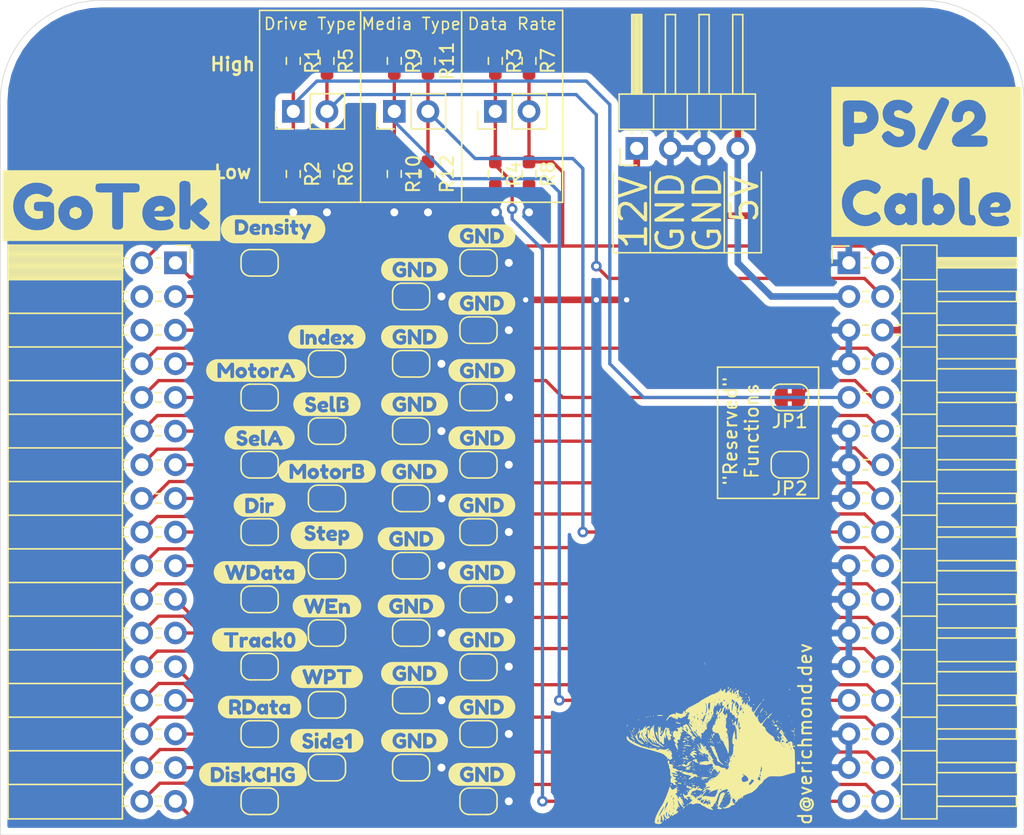
<source format=kicad_pcb>
(kicad_pcb (version 20171130) (host pcbnew "(5.1.9)-1")
  (layers (0 F.Cu signal) (31 B.Cu signal) (34 B.Paste user) (35 F.Paste user) (36 B.SilkS user) (37 F.SilkS user) (38 B.Mask user) (39 F.Mask user) (44 Edge.Cuts user))
  (net 0 "")
  (net 1 "Net-(J1-Pad2)")
  (net 2 "Net-(J1-Pad1)")
  (net 3 "Net-(J2-Pad2)")
  (net 4 "Net-(J2-Pad1)")
  (net 5 /Density)
  (net 6 "Net-(J3-Pad1)")
  (net 7 /DiskChg)
  (net 8 /Side1)
  (net 9 GND)
  (net 10 /RData)
  (net 11 /WPT)
  (net 12 /Track0)
  (net 13 /WEn)
  (net 14 /WData)
  (net 15 /Step)
  (net 16 /Direction)
  (net 17 /MotorB)
  (net 18 "Net-(J4-Pad14)")
  (net 19 /SelB)
  (net 20 "Net-(J4-Pad10)")
  (net 21 /Index)
  (net 22 +12V)
  (net 23 +5V)
  (net 24 "Net-(J5-Pad34)")
  (net 25 "Net-(J5-Pad33)")
  (net 26 "Net-(J5-Pad32)")
  (net 27 "Net-(J5-Pad31)")
  (net 28 "Net-(J5-Pad30)")
  (net 29 "Net-(J5-Pad29)")
  (net 30 "Net-(J5-Pad28)")
  (net 31 "Net-(J5-Pad27)")
  (net 32 "Net-(J5-Pad26)")
  (net 33 "Net-(J5-Pad25)")
  (net 34 "Net-(J5-Pad24)")
  (net 35 "Net-(J5-Pad23)")
  (net 36 "Net-(J5-Pad22)")
  (net 37 "Net-(J5-Pad21)")
  (net 38 "Net-(J5-Pad20)")
  (net 39 "Net-(J5-Pad19)")
  (net 40 "Net-(J5-Pad18)")
  (net 41 "Net-(J5-Pad17)")
  (net 42 "Net-(J5-Pad16)")
  (net 43 "Net-(J5-Pad15)")
  (net 44 "Net-(J5-Pad14)")
  (net 45 "Net-(J5-Pad13)")
  (net 46 "Net-(J5-Pad12)")
  (net 47 "Net-(J5-Pad11)")
  (net 48 "Net-(J5-Pad10)")
  (net 49 "Net-(J5-Pad9)")
  (net 50 "Net-(J5-Pad8)")
  (net 51 "Net-(J5-Pad7)")
  (net 52 "Net-(J5-Pad6)")
  (net 53 "Net-(J5-Pad5)")
  (net 54 "Net-(J5-Pad4)")
  (net 55 "Net-(J5-Pad3)")
  (net 56 "Net-(J5-Pad2)")
  (net 57 "Net-(J5-Pad1)")
  (net 58 /MotorA)
  (net 59 /SelA)
  (module Images:amber (layer F.Cu) (at 129.286 107.442 90)
    (fp_text reference G*** hide)
    (fp_text value LOGO hide)
  )
  (module label (layer F.Cu) (at 84.074 65.532)
    (fp_text reference svg2mod hide)
    (fp_text value G*** hide)
  )
  (module label (layer F.Cu) (at 145.542 62.23)
    (fp_text reference svg2mod hide)
    (fp_text value G*** hide)
  )
  (module label (layer F.Cu) (at 96.266 67.31)
    (fp_text reference svg2mod hide)
    (fp_text value G*** hide)
  )
  (module label (layer F.Cu) (at 100.33 75.438)
    (fp_text reference svg2mod hide)
    (fp_text value G*** hide)
  )
  (module label (layer F.Cu) (at 94.996 77.978)
    (fp_text reference svg2mod hide)
    (fp_text value G*** hide)
  )
  (module label (layer F.Cu) (at 100.33 80.518)
    (fp_text reference svg2mod hide)
    (fp_text value G*** hide)
  )
  (module label (layer F.Cu) (at 95.25 83.058)
    (fp_text reference svg2mod hide)
    (fp_text value G*** hide)
  )
  (module label (layer F.Cu) (at 100.33 85.598)
    (fp_text reference svg2mod hide)
    (fp_text value G*** hide)
  )
  (module label (layer F.Cu) (at 95.25 88.138)
    (fp_text reference svg2mod hide)
    (fp_text value G*** hide)
  )
  (module label (layer F.Cu) (at 100.33 90.424)
    (fp_text reference svg2mod hide)
    (fp_text value G*** hide)
  )
  (module label (layer F.Cu) (at 95.25 93.218)
    (fp_text reference svg2mod hide)
    (fp_text value G*** hide)
  )
  (module label (layer F.Cu) (at 100.33 95.758)
    (fp_text reference svg2mod hide)
    (fp_text value G*** hide)
  )
  (module label (layer F.Cu) (at 95.25 98.298)
    (fp_text reference svg2mod hide)
    (fp_text value G*** hide)
  )
  (module label (layer F.Cu) (at 100.33 101.092)
    (fp_text reference svg2mod hide)
    (fp_text value G*** hide)
  )
  (module label (layer F.Cu) (at 95.25 103.378)
    (fp_text reference svg2mod hide)
    (fp_text value G*** hide)
  )
  (module label (layer F.Cu) (at 100.33 105.918)
    (fp_text reference svg2mod hide)
    (fp_text value G*** hide)
  )
  (module label (layer F.Cu) (at 94.742 108.458)
    (fp_text reference svg2mod hide)
    (fp_text value G*** hide)
  )
  (module label (layer F.Cu) (at 106.934 105.918)
    (fp_text reference svg2mod hide)
    (fp_text value G*** hide)
  )
  (module label (layer F.Cu) (at 106.934 100.838)
    (fp_text reference svg2mod hide)
    (fp_text value G*** hide)
  )
  (module label (layer F.Cu) (at 106.68 95.758)
    (fp_text reference svg2mod hide)
    (fp_text value G*** hide)
  )
  (module label (layer F.Cu) (at 106.68 90.678)
    (fp_text reference svg2mod hide)
    (fp_text value G*** hide)
  )
  (module label (layer F.Cu) (at 106.934 85.598)
    (fp_text reference svg2mod hide)
    (fp_text value G*** hide)
  )
  (module label (layer F.Cu) (at 106.934 80.518)
    (fp_text reference svg2mod hide)
    (fp_text value G*** hide)
  )
  (module label (layer F.Cu) (at 106.934 75.438)
    (fp_text reference svg2mod hide)
    (fp_text value G*** hide)
  )
  (module label (layer F.Cu) (at 106.934 70.358)
    (fp_text reference svg2mod hide)
    (fp_text value G*** hide)
  )
  (module label (layer F.Cu) (at 112.014 67.818)
    (fp_text reference svg2mod hide)
    (fp_text value G*** hide)
  )
  (module label (layer F.Cu) (at 112.014 72.898)
    (fp_text reference svg2mod hide)
    (fp_text value G*** hide)
  )
  (module label (layer F.Cu) (at 112.014 77.978)
    (fp_text reference svg2mod hide)
    (fp_text value G*** hide)
  )
  (module label (layer F.Cu) (at 112.014 83.058)
    (fp_text reference svg2mod hide)
    (fp_text value G*** hide)
  )
  (module label (layer F.Cu) (at 112.014 88.138)
    (fp_text reference svg2mod hide)
    (fp_text value G*** hide)
  )
  (module label (layer F.Cu) (at 112.014 93.218)
    (fp_text reference svg2mod hide)
    (fp_text value G*** hide)
  )
  (module label (layer F.Cu) (at 112.014 98.298)
    (fp_text reference svg2mod hide)
    (fp_text value G*** hide)
  )
  (module label (layer F.Cu) (at 112.014 103.378)
    (fp_text reference svg2mod hide)
    (fp_text value G*** hide)
  )
  (module label (layer F.Cu) (at 112.014 108.458)
    (fp_text reference svg2mod hide)
    (fp_text value G*** hide)
  )
  (module Resistor_SMD:R_0603_1608Metric_Pad0.98x0.95mm_HandSolder (layer F.Cu) (at 107.95 63.1425 270)
    (fp_text reference R12 (at 0 -1.43 90) (layer F.SilkS))
    (fp_text value R)
    (pad 2 smd roundrect (at 0.9125 0 270) (size 0.975 0.95) (layers F.Cu F.Paste F.Mask) (net 9 GND))
    (pad 1 smd roundrect (at -0.9125 0 270) (size 0.975 0.95) (layers F.Cu F.Paste F.Mask) (net 3 "Net-(J2-Pad2)"))
  )
  (module Resistor_SMD:R_0603_1608Metric_Pad0.98x0.95mm_HandSolder (layer F.Cu) (at 107.95 54.61 270)
    (fp_text reference R11 (at 0 -1.43 90) (layer F.SilkS))
    (fp_text value R)
    (pad 2 smd roundrect (at 0.9125 0 270) (size 0.975 0.95) (layers F.Cu F.Paste F.Mask) (net 3 "Net-(J2-Pad2)"))
    (pad 1 smd roundrect (at -0.9125 0 270) (size 0.975 0.95) (layers F.Cu F.Paste F.Mask) (net 23 +5V))
  )
  (module Resistor_SMD:R_0603_1608Metric_Pad0.98x0.95mm_HandSolder (layer F.Cu) (at 105.41 63.1425 270)
    (fp_text reference R10 (at 0 -1.43 90) (layer F.SilkS))
    (fp_text value R)
    (pad 2 smd roundrect (at 0.9125 0 270) (size 0.975 0.95) (layers F.Cu F.Paste F.Mask) (net 9 GND))
    (pad 1 smd roundrect (at -0.9125 0 270) (size 0.975 0.95) (layers F.Cu F.Paste F.Mask) (net 4 "Net-(J2-Pad1)"))
  )
  (module Resistor_SMD:R_0603_1608Metric_Pad0.98x0.95mm_HandSolder (layer F.Cu) (at 105.41 54.61 270)
    (fp_text reference R9 (at 0 -1.43 90) (layer F.SilkS))
    (fp_text value R)
    (pad 2 smd roundrect (at 0.9125 0 270) (size 0.975 0.95) (layers F.Cu F.Paste F.Mask) (net 4 "Net-(J2-Pad1)"))
    (pad 1 smd roundrect (at -0.9125 0 270) (size 0.975 0.95) (layers F.Cu F.Paste F.Mask) (net 23 +5V))
  )
  (module Resistor_SMD:R_0603_1608Metric_Pad0.98x0.95mm_HandSolder (layer F.Cu) (at 115.57 63.1425 270)
    (fp_text reference R8 (at 0 -1.43 90) (layer F.SilkS))
    (fp_text value R)
    (pad 2 smd roundrect (at 0.9125 0 270) (size 0.975 0.95) (layers F.Cu F.Paste F.Mask) (net 9 GND))
    (pad 1 smd roundrect (at -0.9125 0 270) (size 0.975 0.95) (layers F.Cu F.Paste F.Mask) (net 5 /Density))
  )
  (module Resistor_SMD:R_0603_1608Metric_Pad0.98x0.95mm_HandSolder (layer F.Cu) (at 115.57 54.61 270)
    (fp_text reference R7 (at 0 -1.43 90) (layer F.SilkS))
    (fp_text value R)
    (pad 2 smd roundrect (at 0.9125 0 270) (size 0.975 0.95) (layers F.Cu F.Paste F.Mask) (net 5 /Density))
    (pad 1 smd roundrect (at -0.9125 0 270) (size 0.975 0.95) (layers F.Cu F.Paste F.Mask) (net 23 +5V))
  )
  (module Resistor_SMD:R_0603_1608Metric_Pad0.98x0.95mm_HandSolder (layer F.Cu) (at 100.33 63.1425 270)
    (fp_text reference R6 (at 0 -1.43 90) (layer F.SilkS))
    (fp_text value R)
    (pad 2 smd roundrect (at 0.9125 0 270) (size 0.975 0.95) (layers F.Cu F.Paste F.Mask) (net 9 GND))
    (pad 1 smd roundrect (at -0.9125 0 270) (size 0.975 0.95) (layers F.Cu F.Paste F.Mask) (net 1 "Net-(J1-Pad2)"))
  )
  (module Resistor_SMD:R_0603_1608Metric_Pad0.98x0.95mm_HandSolder (layer F.Cu) (at 100.33 54.61 270)
    (fp_text reference R5 (at 0 -1.43 90) (layer F.SilkS))
    (fp_text value R)
    (pad 2 smd roundrect (at 0.9125 0 270) (size 0.975 0.95) (layers F.Cu F.Paste F.Mask) (net 1 "Net-(J1-Pad2)"))
    (pad 1 smd roundrect (at -0.9125 0 270) (size 0.975 0.95) (layers F.Cu F.Paste F.Mask) (net 23 +5V))
  )
  (module Resistor_SMD:R_0603_1608Metric_Pad0.98x0.95mm_HandSolder (layer F.Cu) (at 113.03 63.1425 270)
    (fp_text reference R4 (at 0 -1.43 90) (layer F.SilkS))
    (fp_text value R)
    (pad 2 smd roundrect (at 0.9125 0 270) (size 0.975 0.95) (layers F.Cu F.Paste F.Mask) (net 9 GND))
    (pad 1 smd roundrect (at -0.9125 0 270) (size 0.975 0.95) (layers F.Cu F.Paste F.Mask) (net 6 "Net-(J3-Pad1)"))
  )
  (module Resistor_SMD:R_0603_1608Metric_Pad0.98x0.95mm_HandSolder (layer F.Cu) (at 113.03 54.61 270)
    (fp_text reference R3 (at 0 -1.43 90) (layer F.SilkS))
    (fp_text value R)
    (pad 2 smd roundrect (at 0.9125 0 270) (size 0.975 0.95) (layers F.Cu F.Paste F.Mask) (net 6 "Net-(J3-Pad1)"))
    (pad 1 smd roundrect (at -0.9125 0 270) (size 0.975 0.95) (layers F.Cu F.Paste F.Mask) (net 23 +5V))
  )
  (module Resistor_SMD:R_0603_1608Metric_Pad0.98x0.95mm_HandSolder (layer F.Cu) (at 97.79 63.1425 270)
    (fp_text reference R2 (at 0 -1.43 90) (layer F.SilkS))
    (fp_text value R)
    (pad 2 smd roundrect (at 0.9125 0 270) (size 0.975 0.95) (layers F.Cu F.Paste F.Mask) (net 9 GND))
    (pad 1 smd roundrect (at -0.9125 0 270) (size 0.975 0.95) (layers F.Cu F.Paste F.Mask) (net 2 "Net-(J1-Pad1)"))
  )
  (module Resistor_SMD:R_0603_1608Metric_Pad0.98x0.95mm_HandSolder (layer F.Cu) (at 97.79 54.61 270)
    (fp_text reference R1 (at 0 -1.43 90) (layer F.SilkS))
    (fp_text value R)
    (pad 2 smd roundrect (at 0.9125 0 270) (size 0.975 0.95) (layers F.Cu F.Paste F.Mask) (net 2 "Net-(J1-Pad1)"))
    (pad 1 smd roundrect (at -0.9125 0 270) (size 0.975 0.95) (layers F.Cu F.Paste F.Mask) (net 23 +5V))
  )
  (module Jumper:SolderJumper-2_P1.3mm_Bridged_RoundedPad1.0x1.5mm (layer F.Cu) (at 100.33 107.95)
    (fp_text reference JP34 hide)
    (fp_text value Jumper)
    (fp_poly (pts (xy 0.25 -0.3) (xy -0.25 -0.3) (xy -0.25 0.3) (xy 0.25 0.3)) (layer F.Cu) (width 0))
    (pad 1 smd custom (at -0.65 0) (size 1 0.5) (layers F.Cu F.Mask) (net 26 "Net-(J5-Pad32)") (options (clearance outline) (anchor rect)) (primitives (gr_circle (center 0 0.25) (end 0.5 0.25) (width 0)) (gr_circle (center 0 -0.25) (end 0.5 -0.25) (width 0)) (gr_poly (pts (xy 0 -0.75) (xy 0.5 -0.75) (xy 0.5 0.75) (xy 0 0.75)) (width 0))))
    (pad 2 smd custom (at 0.65 0) (size 1 0.5) (layers F.Cu F.Mask) (net 8 /Side1) (options (clearance outline) (anchor rect)) (primitives (gr_circle (center 0 0.25) (end 0.5 0.25) (width 0)) (gr_circle (center 0 -0.25) (end 0.5 -0.25) (width 0)) (gr_poly (pts (xy 0 -0.75) (xy -0.5 -0.75) (xy -0.5 0.75) (xy 0 0.75)) (width 0))))
  )
  (module Jumper:SolderJumper-2_P1.3mm_Bridged_RoundedPad1.0x1.5mm (layer F.Cu) (at 100.33 103.21)
    (fp_text reference JP33 hide)
    (fp_text value Jumper)
    (fp_poly (pts (xy 0.25 -0.3) (xy -0.25 -0.3) (xy -0.25 0.3) (xy 0.25 0.3)) (layer F.Cu) (width 0))
    (pad 1 smd custom (at -0.65 0) (size 1 0.5) (layers F.Cu F.Mask) (net 30 "Net-(J5-Pad28)") (options (clearance outline) (anchor rect)) (primitives (gr_circle (center 0 0.25) (end 0.5 0.25) (width 0)) (gr_circle (center 0 -0.25) (end 0.5 -0.25) (width 0)) (gr_poly (pts (xy 0 -0.75) (xy 0.5 -0.75) (xy 0.5 0.75) (xy 0 0.75)) (width 0))))
    (pad 2 smd custom (at 0.65 0) (size 1 0.5) (layers F.Cu F.Mask) (net 11 /WPT) (options (clearance outline) (anchor rect)) (primitives (gr_circle (center 0 0.25) (end 0.5 0.25) (width 0)) (gr_circle (center 0 -0.25) (end 0.5 -0.25) (width 0)) (gr_poly (pts (xy 0 -0.75) (xy -0.5 -0.75) (xy -0.5 0.75) (xy 0 0.75)) (width 0))))
  )
  (module Jumper:SolderJumper-2_P1.3mm_Bridged_RoundedPad1.0x1.5mm (layer F.Cu) (at 100.33 97.79)
    (fp_text reference JP32 hide)
    (fp_text value Jumper)
    (fp_poly (pts (xy 0.25 -0.3) (xy -0.25 -0.3) (xy -0.25 0.3) (xy 0.25 0.3)) (layer F.Cu) (width 0))
    (pad 1 smd custom (at -0.65 0) (size 1 0.5) (layers F.Cu F.Mask) (net 34 "Net-(J5-Pad24)") (options (clearance outline) (anchor rect)) (primitives (gr_circle (center 0 0.25) (end 0.5 0.25) (width 0)) (gr_circle (center 0 -0.25) (end 0.5 -0.25) (width 0)) (gr_poly (pts (xy 0 -0.75) (xy 0.5 -0.75) (xy 0.5 0.75) (xy 0 0.75)) (width 0))))
    (pad 2 smd custom (at 0.65 0) (size 1 0.5) (layers F.Cu F.Mask) (net 13 /WEn) (options (clearance outline) (anchor rect)) (primitives (gr_circle (center 0 0.25) (end 0.5 0.25) (width 0)) (gr_circle (center 0 -0.25) (end 0.5 -0.25) (width 0)) (gr_poly (pts (xy 0 -0.75) (xy -0.5 -0.75) (xy -0.5 0.75) (xy 0 0.75)) (width 0))))
  )
  (module Jumper:SolderJumper-2_P1.3mm_Bridged_RoundedPad1.0x1.5mm (layer F.Cu) (at 100.33 92.71)
    (fp_text reference JP31 hide)
    (fp_text value Jumper)
    (fp_poly (pts (xy 0.25 -0.3) (xy -0.25 -0.3) (xy -0.25 0.3) (xy 0.25 0.3)) (layer F.Cu) (width 0))
    (pad 1 smd custom (at -0.65 0) (size 1 0.5) (layers F.Cu F.Mask) (net 38 "Net-(J5-Pad20)") (options (clearance outline) (anchor rect)) (primitives (gr_circle (center 0 0.25) (end 0.5 0.25) (width 0)) (gr_circle (center 0 -0.25) (end 0.5 -0.25) (width 0)) (gr_poly (pts (xy 0 -0.75) (xy 0.5 -0.75) (xy 0.5 0.75) (xy 0 0.75)) (width 0))))
    (pad 2 smd custom (at 0.65 0) (size 1 0.5) (layers F.Cu F.Mask) (net 15 /Step) (options (clearance outline) (anchor rect)) (primitives (gr_circle (center 0 0.25) (end 0.5 0.25) (width 0)) (gr_circle (center 0 -0.25) (end 0.5 -0.25) (width 0)) (gr_poly (pts (xy 0 -0.75) (xy -0.5 -0.75) (xy -0.5 0.75) (xy 0 0.75)) (width 0))))
  )
  (module Jumper:SolderJumper-2_P1.3mm_Bridged_RoundedPad1.0x1.5mm (layer F.Cu) (at 100.33 87.63)
    (fp_text reference JP30 hide)
    (fp_text value Jumper)
    (fp_poly (pts (xy 0.25 -0.3) (xy -0.25 -0.3) (xy -0.25 0.3) (xy 0.25 0.3)) (layer F.Cu) (width 0))
    (pad 1 smd custom (at -0.65 0) (size 1 0.5) (layers F.Cu F.Mask) (net 42 "Net-(J5-Pad16)") (options (clearance outline) (anchor rect)) (primitives (gr_circle (center 0 0.25) (end 0.5 0.25) (width 0)) (gr_circle (center 0 -0.25) (end 0.5 -0.25) (width 0)) (gr_poly (pts (xy 0 -0.75) (xy 0.5 -0.75) (xy 0.5 0.75) (xy 0 0.75)) (width 0))))
    (pad 2 smd custom (at 0.65 0) (size 1 0.5) (layers F.Cu F.Mask) (net 17 /MotorB) (options (clearance outline) (anchor rect)) (primitives (gr_circle (center 0 0.25) (end 0.5 0.25) (width 0)) (gr_circle (center 0 -0.25) (end 0.5 -0.25) (width 0)) (gr_poly (pts (xy 0 -0.75) (xy -0.5 -0.75) (xy -0.5 0.75) (xy 0 0.75)) (width 0))))
  )
  (module Jumper:SolderJumper-2_P1.3mm_Bridged_RoundedPad1.0x1.5mm (layer F.Cu) (at 100.33 82.55)
    (fp_text reference JP29 hide)
    (fp_text value Jumper)
    (fp_poly (pts (xy 0.25 -0.3) (xy -0.25 -0.3) (xy -0.25 0.3) (xy 0.25 0.3)) (layer F.Cu) (width 0))
    (pad 1 smd custom (at -0.65 0) (size 1 0.5) (layers F.Cu F.Mask) (net 46 "Net-(J5-Pad12)") (options (clearance outline) (anchor rect)) (primitives (gr_circle (center 0 0.25) (end 0.5 0.25) (width 0)) (gr_circle (center 0 -0.25) (end 0.5 -0.25) (width 0)) (gr_poly (pts (xy 0 -0.75) (xy 0.5 -0.75) (xy 0.5 0.75) (xy 0 0.75)) (width 0))))
    (pad 2 smd custom (at 0.65 0) (size 1 0.5) (layers F.Cu F.Mask) (net 19 /SelB) (options (clearance outline) (anchor rect)) (primitives (gr_circle (center 0 0.25) (end 0.5 0.25) (width 0)) (gr_circle (center 0 -0.25) (end 0.5 -0.25) (width 0)) (gr_poly (pts (xy 0 -0.75) (xy -0.5 -0.75) (xy -0.5 0.75) (xy 0 0.75)) (width 0))))
  )
  (module Jumper:SolderJumper-2_P1.3mm_Bridged_RoundedPad1.0x1.5mm (layer F.Cu) (at 100.33 77.47)
    (fp_text reference JP28 hide)
    (fp_text value Jumper)
    (fp_poly (pts (xy 0.25 -0.3) (xy -0.25 -0.3) (xy -0.25 0.3) (xy 0.25 0.3)) (layer F.Cu) (width 0))
    (pad 1 smd custom (at -0.65 0) (size 1 0.5) (layers F.Cu F.Mask) (net 50 "Net-(J5-Pad8)") (options (clearance outline) (anchor rect)) (primitives (gr_circle (center 0 0.25) (end 0.5 0.25) (width 0)) (gr_circle (center 0 -0.25) (end 0.5 -0.25) (width 0)) (gr_poly (pts (xy 0 -0.75) (xy 0.5 -0.75) (xy 0.5 0.75) (xy 0 0.75)) (width 0))))
    (pad 2 smd custom (at 0.65 0) (size 1 0.5) (layers F.Cu F.Mask) (net 21 /Index) (options (clearance outline) (anchor rect)) (primitives (gr_circle (center 0 0.25) (end 0.5 0.25) (width 0)) (gr_circle (center 0 -0.25) (end 0.5 -0.25) (width 0)) (gr_poly (pts (xy 0 -0.75) (xy -0.5 -0.75) (xy -0.5 0.75) (xy 0 0.75)) (width 0))))
  )
  (module Jumper:SolderJumper-2_P1.3mm_Bridged_RoundedPad1.0x1.5mm (layer F.Cu) (at 95.25 110.49)
    (fp_text reference JP27 hide)
    (fp_text value Jumper)
    (fp_poly (pts (xy 0.25 -0.3) (xy -0.25 -0.3) (xy -0.25 0.3) (xy 0.25 0.3)) (layer F.Cu) (width 0))
    (pad 1 smd custom (at -0.65 0) (size 1 0.5) (layers F.Cu F.Mask) (net 24 "Net-(J5-Pad34)") (options (clearance outline) (anchor rect)) (primitives (gr_circle (center 0 0.25) (end 0.5 0.25) (width 0)) (gr_circle (center 0 -0.25) (end 0.5 -0.25) (width 0)) (gr_poly (pts (xy 0 -0.75) (xy 0.5 -0.75) (xy 0.5 0.75) (xy 0 0.75)) (width 0))))
    (pad 2 smd custom (at 0.65 0) (size 1 0.5) (layers F.Cu F.Mask) (net 7 /DiskChg) (options (clearance outline) (anchor rect)) (primitives (gr_circle (center 0 0.25) (end 0.5 0.25) (width 0)) (gr_circle (center 0 -0.25) (end 0.5 -0.25) (width 0)) (gr_poly (pts (xy 0 -0.75) (xy -0.5 -0.75) (xy -0.5 0.75) (xy 0 0.75)) (width 0))))
  )
  (module Jumper:SolderJumper-2_P1.3mm_Bridged_RoundedPad1.0x1.5mm (layer F.Cu) (at 95.25 105.41)
    (fp_text reference JP26 hide)
    (fp_text value Jumper)
    (fp_poly (pts (xy 0.25 -0.3) (xy -0.25 -0.3) (xy -0.25 0.3) (xy 0.25 0.3)) (layer F.Cu) (width 0))
    (pad 1 smd custom (at -0.65 0) (size 1 0.5) (layers F.Cu F.Mask) (net 28 "Net-(J5-Pad30)") (options (clearance outline) (anchor rect)) (primitives (gr_circle (center 0 0.25) (end 0.5 0.25) (width 0)) (gr_circle (center 0 -0.25) (end 0.5 -0.25) (width 0)) (gr_poly (pts (xy 0 -0.75) (xy 0.5 -0.75) (xy 0.5 0.75) (xy 0 0.75)) (width 0))))
    (pad 2 smd custom (at 0.65 0) (size 1 0.5) (layers F.Cu F.Mask) (net 10 /RData) (options (clearance outline) (anchor rect)) (primitives (gr_circle (center 0 0.25) (end 0.5 0.25) (width 0)) (gr_circle (center 0 -0.25) (end 0.5 -0.25) (width 0)) (gr_poly (pts (xy 0 -0.75) (xy -0.5 -0.75) (xy -0.5 0.75) (xy 0 0.75)) (width 0))))
  )
  (module Jumper:SolderJumper-2_P1.3mm_Bridged_RoundedPad1.0x1.5mm (layer F.Cu) (at 95.25 100.33)
    (fp_text reference JP25 hide)
    (fp_text value Jumper)
    (fp_poly (pts (xy 0.25 -0.3) (xy -0.25 -0.3) (xy -0.25 0.3) (xy 0.25 0.3)) (layer F.Cu) (width 0))
    (pad 1 smd custom (at -0.65 0) (size 1 0.5) (layers F.Cu F.Mask) (net 32 "Net-(J5-Pad26)") (options (clearance outline) (anchor rect)) (primitives (gr_circle (center 0 0.25) (end 0.5 0.25) (width 0)) (gr_circle (center 0 -0.25) (end 0.5 -0.25) (width 0)) (gr_poly (pts (xy 0 -0.75) (xy 0.5 -0.75) (xy 0.5 0.75) (xy 0 0.75)) (width 0))))
    (pad 2 smd custom (at 0.65 0) (size 1 0.5) (layers F.Cu F.Mask) (net 12 /Track0) (options (clearance outline) (anchor rect)) (primitives (gr_circle (center 0 0.25) (end 0.5 0.25) (width 0)) (gr_circle (center 0 -0.25) (end 0.5 -0.25) (width 0)) (gr_poly (pts (xy 0 -0.75) (xy -0.5 -0.75) (xy -0.5 0.75) (xy 0 0.75)) (width 0))))
  )
  (module Jumper:SolderJumper-2_P1.3mm_Bridged_RoundedPad1.0x1.5mm (layer F.Cu) (at 95.25 95.25)
    (fp_text reference JP24 hide)
    (fp_text value Jumper)
    (fp_poly (pts (xy 0.25 -0.3) (xy -0.25 -0.3) (xy -0.25 0.3) (xy 0.25 0.3)) (layer F.Cu) (width 0))
    (pad 1 smd custom (at -0.65 0) (size 1 0.5) (layers F.Cu F.Mask) (net 36 "Net-(J5-Pad22)") (options (clearance outline) (anchor rect)) (primitives (gr_circle (center 0 0.25) (end 0.5 0.25) (width 0)) (gr_circle (center 0 -0.25) (end 0.5 -0.25) (width 0)) (gr_poly (pts (xy 0 -0.75) (xy 0.5 -0.75) (xy 0.5 0.75) (xy 0 0.75)) (width 0))))
    (pad 2 smd custom (at 0.65 0) (size 1 0.5) (layers F.Cu F.Mask) (net 14 /WData) (options (clearance outline) (anchor rect)) (primitives (gr_circle (center 0 0.25) (end 0.5 0.25) (width 0)) (gr_circle (center 0 -0.25) (end 0.5 -0.25) (width 0)) (gr_poly (pts (xy 0 -0.75) (xy -0.5 -0.75) (xy -0.5 0.75) (xy 0 0.75)) (width 0))))
  )
  (module Jumper:SolderJumper-2_P1.3mm_Bridged_RoundedPad1.0x1.5mm (layer F.Cu) (at 95.25 90.17)
    (fp_text reference JP23 hide)
    (fp_text value Jumper)
    (fp_poly (pts (xy 0.25 -0.3) (xy -0.25 -0.3) (xy -0.25 0.3) (xy 0.25 0.3)) (layer F.Cu) (width 0))
    (pad 1 smd custom (at -0.65 0) (size 1 0.5) (layers F.Cu F.Mask) (net 40 "Net-(J5-Pad18)") (options (clearance outline) (anchor rect)) (primitives (gr_circle (center 0 0.25) (end 0.5 0.25) (width 0)) (gr_circle (center 0 -0.25) (end 0.5 -0.25) (width 0)) (gr_poly (pts (xy 0 -0.75) (xy 0.5 -0.75) (xy 0.5 0.75) (xy 0 0.75)) (width 0))))
    (pad 2 smd custom (at 0.65 0) (size 1 0.5) (layers F.Cu F.Mask) (net 16 /Direction) (options (clearance outline) (anchor rect)) (primitives (gr_circle (center 0 0.25) (end 0.5 0.25) (width 0)) (gr_circle (center 0 -0.25) (end 0.5 -0.25) (width 0)) (gr_poly (pts (xy 0 -0.75) (xy -0.5 -0.75) (xy -0.5 0.75) (xy 0 0.75)) (width 0))))
  )
  (module Jumper:SolderJumper-2_P1.3mm_Bridged_RoundedPad1.0x1.5mm (layer F.Cu) (at 95.25 85.09)
    (fp_text reference JP22 hide)
    (fp_text value Jumper)
    (fp_poly (pts (xy 0.25 -0.3) (xy -0.25 -0.3) (xy -0.25 0.3) (xy 0.25 0.3)) (layer F.Cu) (width 0))
    (pad 1 smd custom (at -0.65 0) (size 1 0.5) (layers F.Cu F.Mask) (net 44 "Net-(J5-Pad14)") (options (clearance outline) (anchor rect)) (primitives (gr_circle (center 0 0.25) (end 0.5 0.25) (width 0)) (gr_circle (center 0 -0.25) (end 0.5 -0.25) (width 0)) (gr_poly (pts (xy 0 -0.75) (xy 0.5 -0.75) (xy 0.5 0.75) (xy 0 0.75)) (width 0))))
    (pad 2 smd custom (at 0.65 0) (size 1 0.5) (layers F.Cu F.Mask) (net 59 /SelA) (options (clearance outline) (anchor rect)) (primitives (gr_circle (center 0 0.25) (end 0.5 0.25) (width 0)) (gr_circle (center 0 -0.25) (end 0.5 -0.25) (width 0)) (gr_poly (pts (xy 0 -0.75) (xy -0.5 -0.75) (xy -0.5 0.75) (xy 0 0.75)) (width 0))))
  )
  (module Jumper:SolderJumper-2_P1.3mm_Bridged_RoundedPad1.0x1.5mm (layer F.Cu) (at 95.25 80.01)
    (fp_text reference JP21 hide)
    (fp_text value Jumper)
    (fp_poly (pts (xy 0.25 -0.3) (xy -0.25 -0.3) (xy -0.25 0.3) (xy 0.25 0.3)) (layer F.Cu) (width 0))
    (pad 1 smd custom (at -0.65 0) (size 1 0.5) (layers F.Cu F.Mask) (net 48 "Net-(J5-Pad10)") (options (clearance outline) (anchor rect)) (primitives (gr_circle (center 0 0.25) (end 0.5 0.25) (width 0)) (gr_circle (center 0 -0.25) (end 0.5 -0.25) (width 0)) (gr_poly (pts (xy 0 -0.75) (xy 0.5 -0.75) (xy 0.5 0.75) (xy 0 0.75)) (width 0))))
    (pad 2 smd custom (at 0.65 0) (size 1 0.5) (layers F.Cu F.Mask) (net 58 /MotorA) (options (clearance outline) (anchor rect)) (primitives (gr_circle (center 0 0.25) (end 0.5 0.25) (width 0)) (gr_circle (center 0 -0.25) (end 0.5 -0.25) (width 0)) (gr_poly (pts (xy 0 -0.75) (xy -0.5 -0.75) (xy -0.5 0.75) (xy 0 0.75)) (width 0))))
  )
  (module Jumper:SolderJumper-2_P1.3mm_Bridged_RoundedPad1.0x1.5mm (layer F.Cu) (at 95.25 69.85)
    (fp_text reference JP20 hide)
    (fp_text value Jumper)
    (fp_poly (pts (xy 0.25 -0.3) (xy -0.25 -0.3) (xy -0.25 0.3) (xy 0.25 0.3)) (layer F.Cu) (width 0))
    (pad 1 smd custom (at -0.65 0) (size 1 0.5) (layers F.Cu F.Mask) (net 56 "Net-(J5-Pad2)") (options (clearance outline) (anchor rect)) (primitives (gr_circle (center 0 0.25) (end 0.5 0.25) (width 0)) (gr_circle (center 0 -0.25) (end 0.5 -0.25) (width 0)) (gr_poly (pts (xy 0 -0.75) (xy 0.5 -0.75) (xy 0.5 0.75) (xy 0 0.75)) (width 0))))
    (pad 2 smd custom (at 0.65 0) (size 1 0.5) (layers F.Cu F.Mask) (net 5 /Density) (options (clearance outline) (anchor rect)) (primitives (gr_circle (center 0 0.25) (end 0.5 0.25) (width 0)) (gr_circle (center 0 -0.25) (end 0.5 -0.25) (width 0)) (gr_poly (pts (xy 0 -0.75) (xy -0.5 -0.75) (xy -0.5 0.75) (xy 0 0.75)) (width 0))))
  )
  (module Jumper:SolderJumper-2_P1.3mm_Bridged_RoundedPad1.0x1.5mm (layer F.Cu) (at 111.76 110.49 180)
    (fp_text reference JP19 hide)
    (fp_text value Jumper)
    (fp_poly (pts (xy 0.25 -0.3) (xy -0.25 -0.3) (xy -0.25 0.3) (xy 0.25 0.3)) (layer F.Cu) (width 0))
    (pad 1 smd custom (at -0.65 0 180) (size 1 0.5) (layers F.Cu F.Mask) (net 9 GND) (options (clearance outline) (anchor rect)) (primitives (gr_circle (center 0 0.25) (end 0.5 0.25) (width 0)) (gr_circle (center 0 -0.25) (end 0.5 -0.25) (width 0)) (gr_poly (pts (xy 0 -0.75) (xy 0.5 -0.75) (xy 0.5 0.75) (xy 0 0.75)) (width 0))))
    (pad 2 smd custom (at 0.65 0 180) (size 1 0.5) (layers F.Cu F.Mask) (net 25 "Net-(J5-Pad33)") (options (clearance outline) (anchor rect)) (primitives (gr_circle (center 0 0.25) (end 0.5 0.25) (width 0)) (gr_circle (center 0 -0.25) (end 0.5 -0.25) (width 0)) (gr_poly (pts (xy 0 -0.75) (xy -0.5 -0.75) (xy -0.5 0.75) (xy 0 0.75)) (width 0))))
  )
  (module Jumper:SolderJumper-2_P1.3mm_Bridged_RoundedPad1.0x1.5mm (layer F.Cu) (at 111.76 105.41 180)
    (fp_text reference JP18 hide)
    (fp_text value Jumper)
    (fp_poly (pts (xy 0.25 -0.3) (xy -0.25 -0.3) (xy -0.25 0.3) (xy 0.25 0.3)) (layer F.Cu) (width 0))
    (pad 1 smd custom (at -0.65 0 180) (size 1 0.5) (layers F.Cu F.Mask) (net 9 GND) (options (clearance outline) (anchor rect)) (primitives (gr_circle (center 0 0.25) (end 0.5 0.25) (width 0)) (gr_circle (center 0 -0.25) (end 0.5 -0.25) (width 0)) (gr_poly (pts (xy 0 -0.75) (xy 0.5 -0.75) (xy 0.5 0.75) (xy 0 0.75)) (width 0))))
    (pad 2 smd custom (at 0.65 0 180) (size 1 0.5) (layers F.Cu F.Mask) (net 29 "Net-(J5-Pad29)") (options (clearance outline) (anchor rect)) (primitives (gr_circle (center 0 0.25) (end 0.5 0.25) (width 0)) (gr_circle (center 0 -0.25) (end 0.5 -0.25) (width 0)) (gr_poly (pts (xy 0 -0.75) (xy -0.5 -0.75) (xy -0.5 0.75) (xy 0 0.75)) (width 0))))
  )
  (module Jumper:SolderJumper-2_P1.3mm_Bridged_RoundedPad1.0x1.5mm (layer F.Cu) (at 111.76 100.37 180)
    (fp_text reference JP17 hide)
    (fp_text value Jumper)
    (fp_poly (pts (xy 0.25 -0.3) (xy -0.25 -0.3) (xy -0.25 0.3) (xy 0.25 0.3)) (layer F.Cu) (width 0))
    (pad 1 smd custom (at -0.65 0 180) (size 1 0.5) (layers F.Cu F.Mask) (net 9 GND) (options (clearance outline) (anchor rect)) (primitives (gr_circle (center 0 0.25) (end 0.5 0.25) (width 0)) (gr_circle (center 0 -0.25) (end 0.5 -0.25) (width 0)) (gr_poly (pts (xy 0 -0.75) (xy 0.5 -0.75) (xy 0.5 0.75) (xy 0 0.75)) (width 0))))
    (pad 2 smd custom (at 0.65 0 180) (size 1 0.5) (layers F.Cu F.Mask) (net 33 "Net-(J5-Pad25)") (options (clearance outline) (anchor rect)) (primitives (gr_circle (center 0 0.25) (end 0.5 0.25) (width 0)) (gr_circle (center 0 -0.25) (end 0.5 -0.25) (width 0)) (gr_poly (pts (xy 0 -0.75) (xy -0.5 -0.75) (xy -0.5 0.75) (xy 0 0.75)) (width 0))))
  )
  (module Jumper:SolderJumper-2_P1.3mm_Bridged_RoundedPad1.0x1.5mm (layer F.Cu) (at 111.76 95.25 180)
    (fp_text reference JP16 hide)
    (fp_text value Jumper)
    (fp_poly (pts (xy 0.25 -0.3) (xy -0.25 -0.3) (xy -0.25 0.3) (xy 0.25 0.3)) (layer F.Cu) (width 0))
    (pad 1 smd custom (at -0.65 0 180) (size 1 0.5) (layers F.Cu F.Mask) (net 9 GND) (options (clearance outline) (anchor rect)) (primitives (gr_circle (center 0 0.25) (end 0.5 0.25) (width 0)) (gr_circle (center 0 -0.25) (end 0.5 -0.25) (width 0)) (gr_poly (pts (xy 0 -0.75) (xy 0.5 -0.75) (xy 0.5 0.75) (xy 0 0.75)) (width 0))))
    (pad 2 smd custom (at 0.65 0 180) (size 1 0.5) (layers F.Cu F.Mask) (net 37 "Net-(J5-Pad21)") (options (clearance outline) (anchor rect)) (primitives (gr_circle (center 0 0.25) (end 0.5 0.25) (width 0)) (gr_circle (center 0 -0.25) (end 0.5 -0.25) (width 0)) (gr_poly (pts (xy 0 -0.75) (xy -0.5 -0.75) (xy -0.5 0.75) (xy 0 0.75)) (width 0))))
  )
  (module Jumper:SolderJumper-2_P1.3mm_Bridged_RoundedPad1.0x1.5mm (layer F.Cu) (at 111.76 90.17 180)
    (fp_text reference JP15 hide)
    (fp_text value Jumper)
    (fp_poly (pts (xy 0.25 -0.3) (xy -0.25 -0.3) (xy -0.25 0.3) (xy 0.25 0.3)) (layer F.Cu) (width 0))
    (pad 1 smd custom (at -0.65 0 180) (size 1 0.5) (layers F.Cu F.Mask) (net 9 GND) (options (clearance outline) (anchor rect)) (primitives (gr_circle (center 0 0.25) (end 0.5 0.25) (width 0)) (gr_circle (center 0 -0.25) (end 0.5 -0.25) (width 0)) (gr_poly (pts (xy 0 -0.75) (xy 0.5 -0.75) (xy 0.5 0.75) (xy 0 0.75)) (width 0))))
    (pad 2 smd custom (at 0.65 0 180) (size 1 0.5) (layers F.Cu F.Mask) (net 41 "Net-(J5-Pad17)") (options (clearance outline) (anchor rect)) (primitives (gr_circle (center 0 0.25) (end 0.5 0.25) (width 0)) (gr_circle (center 0 -0.25) (end 0.5 -0.25) (width 0)) (gr_poly (pts (xy 0 -0.75) (xy -0.5 -0.75) (xy -0.5 0.75) (xy 0 0.75)) (width 0))))
  )
  (module Jumper:SolderJumper-2_P1.3mm_Bridged_RoundedPad1.0x1.5mm (layer F.Cu) (at 111.76 85.09 180)
    (fp_text reference JP14 hide)
    (fp_text value Jumper)
    (fp_poly (pts (xy 0.25 -0.3) (xy -0.25 -0.3) (xy -0.25 0.3) (xy 0.25 0.3)) (layer F.Cu) (width 0))
    (pad 1 smd custom (at -0.65 0 180) (size 1 0.5) (layers F.Cu F.Mask) (net 9 GND) (options (clearance outline) (anchor rect)) (primitives (gr_circle (center 0 0.25) (end 0.5 0.25) (width 0)) (gr_circle (center 0 -0.25) (end 0.5 -0.25) (width 0)) (gr_poly (pts (xy 0 -0.75) (xy 0.5 -0.75) (xy 0.5 0.75) (xy 0 0.75)) (width 0))))
    (pad 2 smd custom (at 0.65 0 180) (size 1 0.5) (layers F.Cu F.Mask) (net 45 "Net-(J5-Pad13)") (options (clearance outline) (anchor rect)) (primitives (gr_circle (center 0 0.25) (end 0.5 0.25) (width 0)) (gr_circle (center 0 -0.25) (end 0.5 -0.25) (width 0)) (gr_poly (pts (xy 0 -0.75) (xy -0.5 -0.75) (xy -0.5 0.75) (xy 0 0.75)) (width 0))))
  )
  (module Jumper:SolderJumper-2_P1.3mm_Bridged_RoundedPad1.0x1.5mm (layer F.Cu) (at 111.76 80.01 180)
    (fp_text reference JP13 hide)
    (fp_text value Jumper)
    (fp_poly (pts (xy 0.25 -0.3) (xy -0.25 -0.3) (xy -0.25 0.3) (xy 0.25 0.3)) (layer F.Cu) (width 0))
    (pad 1 smd custom (at -0.65 0 180) (size 1 0.5) (layers F.Cu F.Mask) (net 9 GND) (options (clearance outline) (anchor rect)) (primitives (gr_circle (center 0 0.25) (end 0.5 0.25) (width 0)) (gr_circle (center 0 -0.25) (end 0.5 -0.25) (width 0)) (gr_poly (pts (xy 0 -0.75) (xy 0.5 -0.75) (xy 0.5 0.75) (xy 0 0.75)) (width 0))))
    (pad 2 smd custom (at 0.65 0 180) (size 1 0.5) (layers F.Cu F.Mask) (net 49 "Net-(J5-Pad9)") (options (clearance outline) (anchor rect)) (primitives (gr_circle (center 0 0.25) (end 0.5 0.25) (width 0)) (gr_circle (center 0 -0.25) (end 0.5 -0.25) (width 0)) (gr_poly (pts (xy 0 -0.75) (xy -0.5 -0.75) (xy -0.5 0.75) (xy 0 0.75)) (width 0))))
  )
  (module Jumper:SolderJumper-2_P1.3mm_Bridged_RoundedPad1.0x1.5mm (layer F.Cu) (at 111.76 74.93 180)
    (fp_text reference JP12 hide)
    (fp_text value Jumper)
    (fp_poly (pts (xy 0.25 -0.3) (xy -0.25 -0.3) (xy -0.25 0.3) (xy 0.25 0.3)) (layer F.Cu) (width 0))
    (pad 1 smd custom (at -0.65 0 180) (size 1 0.5) (layers F.Cu F.Mask) (net 9 GND) (options (clearance outline) (anchor rect)) (primitives (gr_circle (center 0 0.25) (end 0.5 0.25) (width 0)) (gr_circle (center 0 -0.25) (end 0.5 -0.25) (width 0)) (gr_poly (pts (xy 0 -0.75) (xy 0.5 -0.75) (xy 0.5 0.75) (xy 0 0.75)) (width 0))))
    (pad 2 smd custom (at 0.65 0 180) (size 1 0.5) (layers F.Cu F.Mask) (net 53 "Net-(J5-Pad5)") (options (clearance outline) (anchor rect)) (primitives (gr_circle (center 0 0.25) (end 0.5 0.25) (width 0)) (gr_circle (center 0 -0.25) (end 0.5 -0.25) (width 0)) (gr_poly (pts (xy 0 -0.75) (xy -0.5 -0.75) (xy -0.5 0.75) (xy 0 0.75)) (width 0))))
  )
  (module Jumper:SolderJumper-2_P1.3mm_Bridged_RoundedPad1.0x1.5mm (layer F.Cu) (at 111.76 69.85 180)
    (fp_text reference JP11 hide)
    (fp_text value Jumper)
    (fp_poly (pts (xy 0.25 -0.3) (xy -0.25 -0.3) (xy -0.25 0.3) (xy 0.25 0.3)) (layer F.Cu) (width 0))
    (pad 1 smd custom (at -0.65 0 180) (size 1 0.5) (layers F.Cu F.Mask) (net 9 GND) (options (clearance outline) (anchor rect)) (primitives (gr_circle (center 0 0.25) (end 0.5 0.25) (width 0)) (gr_circle (center 0 -0.25) (end 0.5 -0.25) (width 0)) (gr_poly (pts (xy 0 -0.75) (xy 0.5 -0.75) (xy 0.5 0.75) (xy 0 0.75)) (width 0))))
    (pad 2 smd custom (at 0.65 0 180) (size 1 0.5) (layers F.Cu F.Mask) (net 57 "Net-(J5-Pad1)") (options (clearance outline) (anchor rect)) (primitives (gr_circle (center 0 0.25) (end 0.5 0.25) (width 0)) (gr_circle (center 0 -0.25) (end 0.5 -0.25) (width 0)) (gr_poly (pts (xy 0 -0.75) (xy -0.5 -0.75) (xy -0.5 0.75) (xy 0 0.75)) (width 0))))
  )
  (module Jumper:SolderJumper-2_P1.3mm_Bridged_RoundedPad1.0x1.5mm (layer F.Cu) (at 106.68 107.95 180)
    (fp_text reference JP10 hide)
    (fp_text value Jumper)
    (fp_poly (pts (xy 0.25 -0.3) (xy -0.25 -0.3) (xy -0.25 0.3) (xy 0.25 0.3)) (layer F.Cu) (width 0))
    (pad 1 smd custom (at -0.65 0 180) (size 1 0.5) (layers F.Cu F.Mask) (net 9 GND) (options (clearance outline) (anchor rect)) (primitives (gr_circle (center 0 0.25) (end 0.5 0.25) (width 0)) (gr_circle (center 0 -0.25) (end 0.5 -0.25) (width 0)) (gr_poly (pts (xy 0 -0.75) (xy 0.5 -0.75) (xy 0.5 0.75) (xy 0 0.75)) (width 0))))
    (pad 2 smd custom (at 0.65 0 180) (size 1 0.5) (layers F.Cu F.Mask) (net 27 "Net-(J5-Pad31)") (options (clearance outline) (anchor rect)) (primitives (gr_circle (center 0 0.25) (end 0.5 0.25) (width 0)) (gr_circle (center 0 -0.25) (end 0.5 -0.25) (width 0)) (gr_poly (pts (xy 0 -0.75) (xy -0.5 -0.75) (xy -0.5 0.75) (xy 0 0.75)) (width 0))))
  )
  (module Jumper:SolderJumper-2_P1.3mm_Bridged_RoundedPad1.0x1.5mm (layer F.Cu) (at 106.68 102.87 180)
    (fp_text reference JP9 hide)
    (fp_text value Jumper)
    (fp_poly (pts (xy 0.25 -0.3) (xy -0.25 -0.3) (xy -0.25 0.3) (xy 0.25 0.3)) (layer F.Cu) (width 0))
    (pad 1 smd custom (at -0.65 0 180) (size 1 0.5) (layers F.Cu F.Mask) (net 9 GND) (options (clearance outline) (anchor rect)) (primitives (gr_circle (center 0 0.25) (end 0.5 0.25) (width 0)) (gr_circle (center 0 -0.25) (end 0.5 -0.25) (width 0)) (gr_poly (pts (xy 0 -0.75) (xy 0.5 -0.75) (xy 0.5 0.75) (xy 0 0.75)) (width 0))))
    (pad 2 smd custom (at 0.65 0 180) (size 1 0.5) (layers F.Cu F.Mask) (net 31 "Net-(J5-Pad27)") (options (clearance outline) (anchor rect)) (primitives (gr_circle (center 0 0.25) (end 0.5 0.25) (width 0)) (gr_circle (center 0 -0.25) (end 0.5 -0.25) (width 0)) (gr_poly (pts (xy 0 -0.75) (xy -0.5 -0.75) (xy -0.5 0.75) (xy 0 0.75)) (width 0))))
  )
  (module Jumper:SolderJumper-2_P1.3mm_Bridged_RoundedPad1.0x1.5mm (layer F.Cu) (at 106.68 97.79 180)
    (fp_text reference JP8 hide)
    (fp_text value Jumper)
    (fp_poly (pts (xy 0.25 -0.3) (xy -0.25 -0.3) (xy -0.25 0.3) (xy 0.25 0.3)) (layer F.Cu) (width 0))
    (pad 1 smd custom (at -0.65 0 180) (size 1 0.5) (layers F.Cu F.Mask) (net 9 GND) (options (clearance outline) (anchor rect)) (primitives (gr_circle (center 0 0.25) (end 0.5 0.25) (width 0)) (gr_circle (center 0 -0.25) (end 0.5 -0.25) (width 0)) (gr_poly (pts (xy 0 -0.75) (xy 0.5 -0.75) (xy 0.5 0.75) (xy 0 0.75)) (width 0))))
    (pad 2 smd custom (at 0.65 0 180) (size 1 0.5) (layers F.Cu F.Mask) (net 35 "Net-(J5-Pad23)") (options (clearance outline) (anchor rect)) (primitives (gr_circle (center 0 0.25) (end 0.5 0.25) (width 0)) (gr_circle (center 0 -0.25) (end 0.5 -0.25) (width 0)) (gr_poly (pts (xy 0 -0.75) (xy -0.5 -0.75) (xy -0.5 0.75) (xy 0 0.75)) (width 0))))
  )
  (module Jumper:SolderJumper-2_P1.3mm_Bridged_RoundedPad1.0x1.5mm (layer F.Cu) (at 106.68 92.71 180)
    (fp_text reference JP7 hide)
    (fp_text value Jumper)
    (fp_poly (pts (xy 0.25 -0.3) (xy -0.25 -0.3) (xy -0.25 0.3) (xy 0.25 0.3)) (layer F.Cu) (width 0))
    (pad 1 smd custom (at -0.65 0 180) (size 1 0.5) (layers F.Cu F.Mask) (net 9 GND) (options (clearance outline) (anchor rect)) (primitives (gr_circle (center 0 0.25) (end 0.5 0.25) (width 0)) (gr_circle (center 0 -0.25) (end 0.5 -0.25) (width 0)) (gr_poly (pts (xy 0 -0.75) (xy 0.5 -0.75) (xy 0.5 0.75) (xy 0 0.75)) (width 0))))
    (pad 2 smd custom (at 0.65 0 180) (size 1 0.5) (layers F.Cu F.Mask) (net 39 "Net-(J5-Pad19)") (options (clearance outline) (anchor rect)) (primitives (gr_circle (center 0 0.25) (end 0.5 0.25) (width 0)) (gr_circle (center 0 -0.25) (end 0.5 -0.25) (width 0)) (gr_poly (pts (xy 0 -0.75) (xy -0.5 -0.75) (xy -0.5 0.75) (xy 0 0.75)) (width 0))))
  )
  (module Jumper:SolderJumper-2_P1.3mm_Bridged_RoundedPad1.0x1.5mm (layer F.Cu) (at 106.68 87.63 180)
    (fp_text reference JP6 hide)
    (fp_text value Jumper)
    (fp_poly (pts (xy 0.25 -0.3) (xy -0.25 -0.3) (xy -0.25 0.3) (xy 0.25 0.3)) (layer F.Cu) (width 0))
    (pad 1 smd custom (at -0.65 0 180) (size 1 0.5) (layers F.Cu F.Mask) (net 9 GND) (options (clearance outline) (anchor rect)) (primitives (gr_circle (center 0 0.25) (end 0.5 0.25) (width 0)) (gr_circle (center 0 -0.25) (end 0.5 -0.25) (width 0)) (gr_poly (pts (xy 0 -0.75) (xy 0.5 -0.75) (xy 0.5 0.75) (xy 0 0.75)) (width 0))))
    (pad 2 smd custom (at 0.65 0 180) (size 1 0.5) (layers F.Cu F.Mask) (net 43 "Net-(J5-Pad15)") (options (clearance outline) (anchor rect)) (primitives (gr_circle (center 0 0.25) (end 0.5 0.25) (width 0)) (gr_circle (center 0 -0.25) (end 0.5 -0.25) (width 0)) (gr_poly (pts (xy 0 -0.75) (xy -0.5 -0.75) (xy -0.5 0.75) (xy 0 0.75)) (width 0))))
  )
  (module Jumper:SolderJumper-2_P1.3mm_Bridged_RoundedPad1.0x1.5mm (layer F.Cu) (at 106.68 82.55 180)
    (fp_text reference JP5 hide)
    (fp_text value Jumper)
    (fp_poly (pts (xy 0.25 -0.3) (xy -0.25 -0.3) (xy -0.25 0.3) (xy 0.25 0.3)) (layer F.Cu) (width 0))
    (pad 1 smd custom (at -0.65 0 180) (size 1 0.5) (layers F.Cu F.Mask) (net 9 GND) (options (clearance outline) (anchor rect)) (primitives (gr_circle (center 0 0.25) (end 0.5 0.25) (width 0)) (gr_circle (center 0 -0.25) (end 0.5 -0.25) (width 0)) (gr_poly (pts (xy 0 -0.75) (xy 0.5 -0.75) (xy 0.5 0.75) (xy 0 0.75)) (width 0))))
    (pad 2 smd custom (at 0.65 0 180) (size 1 0.5) (layers F.Cu F.Mask) (net 47 "Net-(J5-Pad11)") (options (clearance outline) (anchor rect)) (primitives (gr_circle (center 0 0.25) (end 0.5 0.25) (width 0)) (gr_circle (center 0 -0.25) (end 0.5 -0.25) (width 0)) (gr_poly (pts (xy 0 -0.75) (xy -0.5 -0.75) (xy -0.5 0.75) (xy 0 0.75)) (width 0))))
  )
  (module Jumper:SolderJumper-2_P1.3mm_Bridged_RoundedPad1.0x1.5mm (layer F.Cu) (at 106.68 77.47 180)
    (fp_text reference JP4 hide)
    (fp_text value Jumper)
    (fp_poly (pts (xy 0.25 -0.3) (xy -0.25 -0.3) (xy -0.25 0.3) (xy 0.25 0.3)) (layer F.Cu) (width 0))
    (pad 1 smd custom (at -0.65 0 180) (size 1 0.5) (layers F.Cu F.Mask) (net 9 GND) (options (clearance outline) (anchor rect)) (primitives (gr_circle (center 0 0.25) (end 0.5 0.25) (width 0)) (gr_circle (center 0 -0.25) (end 0.5 -0.25) (width 0)) (gr_poly (pts (xy 0 -0.75) (xy 0.5 -0.75) (xy 0.5 0.75) (xy 0 0.75)) (width 0))))
    (pad 2 smd custom (at 0.65 0 180) (size 1 0.5) (layers F.Cu F.Mask) (net 51 "Net-(J5-Pad7)") (options (clearance outline) (anchor rect)) (primitives (gr_circle (center 0 0.25) (end 0.5 0.25) (width 0)) (gr_circle (center 0 -0.25) (end 0.5 -0.25) (width 0)) (gr_poly (pts (xy 0 -0.75) (xy -0.5 -0.75) (xy -0.5 0.75) (xy 0 0.75)) (width 0))))
  )
  (module Jumper:SolderJumper-2_P1.3mm_Bridged_RoundedPad1.0x1.5mm (layer F.Cu) (at 106.68 72.39 180)
    (fp_text reference JP3 hide)
    (fp_text value Jumper)
    (fp_poly (pts (xy 0.25 -0.3) (xy -0.25 -0.3) (xy -0.25 0.3) (xy 0.25 0.3)) (layer F.Cu) (width 0))
    (pad 1 smd custom (at -0.65 0 180) (size 1 0.5) (layers F.Cu F.Mask) (net 9 GND) (options (clearance outline) (anchor rect)) (primitives (gr_circle (center 0 0.25) (end 0.5 0.25) (width 0)) (gr_circle (center 0 -0.25) (end 0.5 -0.25) (width 0)) (gr_poly (pts (xy 0 -0.75) (xy 0.5 -0.75) (xy 0.5 0.75) (xy 0 0.75)) (width 0))))
    (pad 2 smd custom (at 0.65 0 180) (size 1 0.5) (layers F.Cu F.Mask) (net 55 "Net-(J5-Pad3)") (options (clearance outline) (anchor rect)) (primitives (gr_circle (center 0 0.25) (end 0.5 0.25) (width 0)) (gr_circle (center 0 -0.25) (end 0.5 -0.25) (width 0)) (gr_poly (pts (xy 0 -0.75) (xy -0.5 -0.75) (xy -0.5 0.75) (xy 0 0.75)) (width 0))))
  )
  (module Jumper:SolderJumper-2_P1.3mm_Bridged_RoundedPad1.0x1.5mm (layer F.Cu) (at 135.24 85.09 180)
    (fp_text reference JP2 (at 0 -1.8) (layer F.SilkS))
    (fp_text value Jumper)
    (fp_poly (pts (xy 0.25 -0.3) (xy -0.25 -0.3) (xy -0.25 0.3) (xy 0.25 0.3)) (layer F.Cu) (width 0))
    (pad 1 smd custom (at -0.65 0 180) (size 1 0.5) (layers F.Cu F.Mask) (net 18 "Net-(J4-Pad14)") (options (clearance outline) (anchor rect)) (primitives (gr_circle (center 0 0.25) (end 0.5 0.25) (width 0)) (gr_circle (center 0 -0.25) (end 0.5 -0.25) (width 0)) (gr_poly (pts (xy 0 -0.75) (xy 0.5 -0.75) (xy 0.5 0.75) (xy 0 0.75)) (width 0))))
    (pad 2 smd custom (at 0.65 0 180) (size 1 0.5) (layers F.Cu F.Mask) (net 59 /SelA) (options (clearance outline) (anchor rect)) (primitives (gr_circle (center 0 0.25) (end 0.5 0.25) (width 0)) (gr_circle (center 0 -0.25) (end 0.5 -0.25) (width 0)) (gr_poly (pts (xy 0 -0.75) (xy -0.5 -0.75) (xy -0.5 0.75) (xy 0 0.75)) (width 0))))
  )
  (module Jumper:SolderJumper-2_P1.3mm_Bridged_RoundedPad1.0x1.5mm (layer F.Cu) (at 135.24 80.01 180)
    (fp_text reference JP1 (at 0 -1.8) (layer F.SilkS))
    (fp_text value Jumper)
    (fp_poly (pts (xy 0.25 -0.3) (xy -0.25 -0.3) (xy -0.25 0.3) (xy 0.25 0.3)) (layer F.Cu) (width 0))
    (pad 1 smd custom (at -0.65 0 180) (size 1 0.5) (layers F.Cu F.Mask) (net 20 "Net-(J4-Pad10)") (options (clearance outline) (anchor rect)) (primitives (gr_circle (center 0 0.25) (end 0.5 0.25) (width 0)) (gr_circle (center 0 -0.25) (end 0.5 -0.25) (width 0)) (gr_poly (pts (xy 0 -0.75) (xy 0.5 -0.75) (xy 0.5 0.75) (xy 0 0.75)) (width 0))))
    (pad 2 smd custom (at 0.65 0 180) (size 1 0.5) (layers F.Cu F.Mask) (net 58 /MotorA) (options (clearance outline) (anchor rect)) (primitives (gr_circle (center 0 0.25) (end 0.5 0.25) (width 0)) (gr_circle (center 0 -0.25) (end 0.5 -0.25) (width 0)) (gr_poly (pts (xy 0 -0.75) (xy -0.5 -0.75) (xy -0.5 0.75) (xy 0 0.75)) (width 0))))
  )
  (module Connector_PinHeader_2.54mm:PinHeader_1x04_P2.54mm_Horizontal (layer F.Cu) (at 123.698 61.214 90)
    (fp_text reference J6 hide)
    (fp_text value Conn_01x04)
    (pad 4 thru_hole oval (at 0 7.62 90) (size 1.7 1.7) (drill 1) (layers *.Cu *.Mask) (net 23 +5V))
    (pad 3 thru_hole oval (at 0 5.08 90) (size 1.7 1.7) (drill 1) (layers *.Cu *.Mask) (net 9 GND))
    (pad 2 thru_hole oval (at 0 2.54 90) (size 1.7 1.7) (drill 1) (layers *.Cu *.Mask) (net 9 GND))
    (pad 1 thru_hole rect (at 0 0 90) (size 1.7 1.7) (drill 1) (layers *.Cu *.Mask) (net 22 +12V))
  )
  (module Connector_PinSocket_2.54mm:PinSocket_2x17_P2.54mm_Horizontal (layer F.Cu) (at 88.9 69.85)
    (fp_text reference J5 hide)
    (fp_text value Conn_02x17_Odd_Even)
    (pad 34 thru_hole oval (at -2.54 40.64) (size 1.7 1.7) (drill 1) (layers *.Cu *.Mask) (net 24 "Net-(J5-Pad34)"))
    (pad 33 thru_hole oval (at 0 40.64) (size 1.7 1.7) (drill 1) (layers *.Cu *.Mask) (net 25 "Net-(J5-Pad33)"))
    (pad 32 thru_hole oval (at -2.54 38.1) (size 1.7 1.7) (drill 1) (layers *.Cu *.Mask) (net 26 "Net-(J5-Pad32)"))
    (pad 31 thru_hole oval (at 0 38.1) (size 1.7 1.7) (drill 1) (layers *.Cu *.Mask) (net 27 "Net-(J5-Pad31)"))
    (pad 30 thru_hole oval (at -2.54 35.56) (size 1.7 1.7) (drill 1) (layers *.Cu *.Mask) (net 28 "Net-(J5-Pad30)"))
    (pad 29 thru_hole oval (at 0 35.56) (size 1.7 1.7) (drill 1) (layers *.Cu *.Mask) (net 29 "Net-(J5-Pad29)"))
    (pad 28 thru_hole oval (at -2.54 33.02) (size 1.7 1.7) (drill 1) (layers *.Cu *.Mask) (net 30 "Net-(J5-Pad28)"))
    (pad 27 thru_hole oval (at 0 33.02) (size 1.7 1.7) (drill 1) (layers *.Cu *.Mask) (net 31 "Net-(J5-Pad27)"))
    (pad 26 thru_hole oval (at -2.54 30.48) (size 1.7 1.7) (drill 1) (layers *.Cu *.Mask) (net 32 "Net-(J5-Pad26)"))
    (pad 25 thru_hole oval (at 0 30.48) (size 1.7 1.7) (drill 1) (layers *.Cu *.Mask) (net 33 "Net-(J5-Pad25)"))
    (pad 24 thru_hole oval (at -2.54 27.94) (size 1.7 1.7) (drill 1) (layers *.Cu *.Mask) (net 34 "Net-(J5-Pad24)"))
    (pad 23 thru_hole oval (at 0 27.94) (size 1.7 1.7) (drill 1) (layers *.Cu *.Mask) (net 35 "Net-(J5-Pad23)"))
    (pad 22 thru_hole oval (at -2.54 25.4) (size 1.7 1.7) (drill 1) (layers *.Cu *.Mask) (net 36 "Net-(J5-Pad22)"))
    (pad 21 thru_hole oval (at 0 25.4) (size 1.7 1.7) (drill 1) (layers *.Cu *.Mask) (net 37 "Net-(J5-Pad21)"))
    (pad 20 thru_hole oval (at -2.54 22.86) (size 1.7 1.7) (drill 1) (layers *.Cu *.Mask) (net 38 "Net-(J5-Pad20)"))
    (pad 19 thru_hole oval (at 0 22.86) (size 1.7 1.7) (drill 1) (layers *.Cu *.Mask) (net 39 "Net-(J5-Pad19)"))
    (pad 18 thru_hole oval (at -2.54 20.32) (size 1.7 1.7) (drill 1) (layers *.Cu *.Mask) (net 40 "Net-(J5-Pad18)"))
    (pad 17 thru_hole oval (at 0 20.32) (size 1.7 1.7) (drill 1) (layers *.Cu *.Mask) (net 41 "Net-(J5-Pad17)"))
    (pad 16 thru_hole oval (at -2.54 17.78) (size 1.7 1.7) (drill 1) (layers *.Cu *.Mask) (net 42 "Net-(J5-Pad16)"))
    (pad 15 thru_hole oval (at 0 17.78) (size 1.7 1.7) (drill 1) (layers *.Cu *.Mask) (net 43 "Net-(J5-Pad15)"))
    (pad 14 thru_hole oval (at -2.54 15.24) (size 1.7 1.7) (drill 1) (layers *.Cu *.Mask) (net 44 "Net-(J5-Pad14)"))
    (pad 13 thru_hole oval (at 0 15.24) (size 1.7 1.7) (drill 1) (layers *.Cu *.Mask) (net 45 "Net-(J5-Pad13)"))
    (pad 12 thru_hole oval (at -2.54 12.7) (size 1.7 1.7) (drill 1) (layers *.Cu *.Mask) (net 46 "Net-(J5-Pad12)"))
    (pad 11 thru_hole oval (at 0 12.7) (size 1.7 1.7) (drill 1) (layers *.Cu *.Mask) (net 47 "Net-(J5-Pad11)"))
    (pad 10 thru_hole oval (at -2.54 10.16) (size 1.7 1.7) (drill 1) (layers *.Cu *.Mask) (net 48 "Net-(J5-Pad10)"))
    (pad 9 thru_hole oval (at 0 10.16) (size 1.7 1.7) (drill 1) (layers *.Cu *.Mask) (net 49 "Net-(J5-Pad9)"))
    (pad 8 thru_hole oval (at -2.54 7.62) (size 1.7 1.7) (drill 1) (layers *.Cu *.Mask) (net 50 "Net-(J5-Pad8)"))
    (pad 7 thru_hole oval (at 0 7.62) (size 1.7 1.7) (drill 1) (layers *.Cu *.Mask) (net 51 "Net-(J5-Pad7)"))
    (pad 6 thru_hole oval (at -2.54 5.08) (size 1.7 1.7) (drill 1) (layers *.Cu *.Mask) (net 52 "Net-(J5-Pad6)"))
    (pad 5 thru_hole oval (at 0 5.08) (size 1.7 1.7) (drill 1) (layers *.Cu *.Mask) (net 53 "Net-(J5-Pad5)"))
    (pad 4 thru_hole oval (at -2.54 2.54) (size 1.7 1.7) (drill 1) (layers *.Cu *.Mask) (net 54 "Net-(J5-Pad4)"))
    (pad 3 thru_hole oval (at 0 2.54) (size 1.7 1.7) (drill 1) (layers *.Cu *.Mask) (net 55 "Net-(J5-Pad3)"))
    (pad 2 thru_hole oval (at -2.54 0) (size 1.7 1.7) (drill 1) (layers *.Cu *.Mask) (net 56 "Net-(J5-Pad2)"))
    (pad 1 thru_hole rect (at 0 0) (size 1.7 1.7) (drill 1) (layers *.Cu *.Mask) (net 57 "Net-(J5-Pad1)"))
  )
  (module Connector_PinHeader_2.54mm:PinHeader_2x17_P2.54mm_Horizontal (layer F.Cu) (at 139.7 69.85)
    (fp_text reference J4 hide)
    (fp_text value Conn_02x17_Odd_Even)
    (pad 34 thru_hole oval (at 2.54 40.64) (size 1.7 1.7) (drill 1) (layers *.Cu *.Mask) (net 7 /DiskChg))
    (pad 33 thru_hole oval (at 0 40.64) (size 1.7 1.7) (drill 1) (layers *.Cu *.Mask) (net 6 "Net-(J3-Pad1)"))
    (pad 32 thru_hole oval (at 2.54 38.1) (size 1.7 1.7) (drill 1) (layers *.Cu *.Mask) (net 8 /Side1))
    (pad 31 thru_hole oval (at 0 38.1) (size 1.7 1.7) (drill 1) (layers *.Cu *.Mask) (net 9 GND))
    (pad 30 thru_hole oval (at 2.54 35.56) (size 1.7 1.7) (drill 1) (layers *.Cu *.Mask) (net 10 /RData))
    (pad 29 thru_hole oval (at 0 35.56) (size 1.7 1.7) (drill 1) (layers *.Cu *.Mask) (net 9 GND))
    (pad 28 thru_hole oval (at 2.54 33.02) (size 1.7 1.7) (drill 1) (layers *.Cu *.Mask) (net 11 /WPT))
    (pad 27 thru_hole oval (at 0 33.02) (size 1.7 1.7) (drill 1) (layers *.Cu *.Mask) (net 4 "Net-(J2-Pad1)"))
    (pad 26 thru_hole oval (at 2.54 30.48) (size 1.7 1.7) (drill 1) (layers *.Cu *.Mask) (net 12 /Track0))
    (pad 25 thru_hole oval (at 0 30.48) (size 1.7 1.7) (drill 1) (layers *.Cu *.Mask) (net 9 GND))
    (pad 24 thru_hole oval (at 2.54 27.94) (size 1.7 1.7) (drill 1) (layers *.Cu *.Mask) (net 13 /WEn))
    (pad 23 thru_hole oval (at 0 27.94) (size 1.7 1.7) (drill 1) (layers *.Cu *.Mask) (net 9 GND))
    (pad 22 thru_hole oval (at 2.54 25.4) (size 1.7 1.7) (drill 1) (layers *.Cu *.Mask) (net 14 /WData))
    (pad 21 thru_hole oval (at 0 25.4) (size 1.7 1.7) (drill 1) (layers *.Cu *.Mask) (net 9 GND))
    (pad 20 thru_hole oval (at 2.54 22.86) (size 1.7 1.7) (drill 1) (layers *.Cu *.Mask) (net 15 /Step))
    (pad 19 thru_hole oval (at 0 22.86) (size 1.7 1.7) (drill 1) (layers *.Cu *.Mask) (net 9 GND))
    (pad 18 thru_hole oval (at 2.54 20.32) (size 1.7 1.7) (drill 1) (layers *.Cu *.Mask) (net 16 /Direction))
    (pad 17 thru_hole oval (at 0 20.32) (size 1.7 1.7) (drill 1) (layers *.Cu *.Mask) (net 3 "Net-(J2-Pad2)"))
    (pad 16 thru_hole oval (at 2.54 17.78) (size 1.7 1.7) (drill 1) (layers *.Cu *.Mask) (net 17 /MotorB))
    (pad 15 thru_hole oval (at 0 17.78) (size 1.7 1.7) (drill 1) (layers *.Cu *.Mask) (net 9 GND))
    (pad 14 thru_hole oval (at 2.54 15.24) (size 1.7 1.7) (drill 1) (layers *.Cu *.Mask) (net 18 "Net-(J4-Pad14)"))
    (pad 13 thru_hole oval (at 0 15.24) (size 1.7 1.7) (drill 1) (layers *.Cu *.Mask) (net 9 GND))
    (pad 12 thru_hole oval (at 2.54 12.7) (size 1.7 1.7) (drill 1) (layers *.Cu *.Mask) (net 19 /SelB))
    (pad 11 thru_hole oval (at 0 12.7) (size 1.7 1.7) (drill 1) (layers *.Cu *.Mask) (net 9 GND))
    (pad 10 thru_hole oval (at 2.54 10.16) (size 1.7 1.7) (drill 1) (layers *.Cu *.Mask) (net 20 "Net-(J4-Pad10)"))
    (pad 9 thru_hole oval (at 0 10.16) (size 1.7 1.7) (drill 1) (layers *.Cu *.Mask) (net 2 "Net-(J1-Pad1)"))
    (pad 8 thru_hole oval (at 2.54 7.62) (size 1.7 1.7) (drill 1) (layers *.Cu *.Mask) (net 21 /Index))
    (pad 7 thru_hole oval (at 0 7.62) (size 1.7 1.7) (drill 1) (layers *.Cu *.Mask) (net 9 GND))
    (pad 6 thru_hole oval (at 2.54 5.08) (size 1.7 1.7) (drill 1) (layers *.Cu *.Mask) (net 22 +12V))
    (pad 5 thru_hole oval (at 0 5.08) (size 1.7 1.7) (drill 1) (layers *.Cu *.Mask) (net 9 GND))
    (pad 4 thru_hole oval (at 2.54 2.54) (size 1.7 1.7) (drill 1) (layers *.Cu *.Mask) (net 1 "Net-(J1-Pad2)"))
    (pad 3 thru_hole oval (at 0 2.54) (size 1.7 1.7) (drill 1) (layers *.Cu *.Mask) (net 23 +5V))
    (pad 2 thru_hole oval (at 2.54 0) (size 1.7 1.7) (drill 1) (layers *.Cu *.Mask) (net 5 /Density))
    (pad 1 thru_hole rect (at 0 0) (size 1.7 1.7) (drill 1) (layers *.Cu *.Mask) (net 9 GND))
  )
  (module Connector_PinHeader_2.54mm:PinHeader_1x02_P2.54mm_Vertical (layer F.Cu) (at 113.03 58.42 90)
    (fp_text reference J3 hide)
    (fp_text value Conn_01x02 hide)
    (pad 2 thru_hole oval (at 0 2.54 90) (size 1.7 1.7) (drill 1) (layers *.Cu *.Mask) (net 5 /Density))
    (pad 1 thru_hole rect (at 0 0 90) (size 1.7 1.7) (drill 1) (layers *.Cu *.Mask) (net 6 "Net-(J3-Pad1)"))
  )
  (module Connector_PinHeader_2.54mm:PinHeader_1x02_P2.54mm_Vertical (layer F.Cu) (at 105.41 58.42 90)
    (fp_text reference J2 hide)
    (fp_text value Conn_01x02 hide)
    (pad 2 thru_hole oval (at 0 2.54 90) (size 1.7 1.7) (drill 1) (layers *.Cu *.Mask) (net 3 "Net-(J2-Pad2)"))
    (pad 1 thru_hole rect (at 0 0 90) (size 1.7 1.7) (drill 1) (layers *.Cu *.Mask) (net 4 "Net-(J2-Pad1)"))
  )
  (module Connector_PinHeader_2.54mm:PinHeader_1x02_P2.54mm_Vertical (layer F.Cu) (at 97.79 58.42 90)
    (fp_text reference J1 hide)
    (fp_text value Conn_01x02 hide)
    (pad 2 thru_hole oval (at 0 2.54 90) (size 1.7 1.7) (drill 1) (layers *.Cu *.Mask) (net 1 "Net-(J1-Pad2)"))
    (pad 1 thru_hole rect (at 0 0 90) (size 1.7 1.7) (drill 1) (layers *.Cu *.Mask) (net 2 "Net-(J1-Pad1)"))
  )
  (gr_text d@verichmond.dev (at 136.398 105.41 90) (layer F.SilkS) (effects (font (size 1 1))))
  (gr_arc (start 145.288 57.658) (end 152.908 57.658) (angle -90) (layer Edge.Cuts) (width 0.05))
  (gr_arc (start 83.312 57.658) (end 83.312 50.038) (angle -90) (layer Edge.Cuts) (width 0.05))
  (gr_line (start 121.92 69.088) (end 125.222 69.088) (layer F.SilkS) (width 0.12))
  (gr_line (start 121.92 62.992) (end 121.92 69.088) (layer F.SilkS) (width 0.12))
  (gr_line (start 133.096 69.088) (end 130.302 69.088) (layer F.SilkS) (width 0.12))
  (gr_line (start 133.096 62.992) (end 133.096 69.088) (layer F.SilkS) (width 0.12))
  (gr_line (start 130.302 69.088) (end 130.302 62.992) (layer F.SilkS) (width 0.12))
  (gr_line (start 125.222 69.088) (end 130.302 69.088) (layer F.SilkS) (width 0.12))
  (gr_line (start 124.714 62.992) (end 124.714 69.088) (layer F.SilkS) (width 0.12))
  (gr_text 5V (at 131.826 65.024 90) (layer F.SilkS) (effects (font (size 2 2) (thickness 0.25))))
  (gr_text GND (at 129.032 66.04 90) (layer F.SilkS) (effects (font (size 2 2) (thickness 0.25))))
  (gr_text GND (at 126.238 66.04 90) (layer F.SilkS) (effects (font (size 2 2) (thickness 0.25))))
  (gr_text 12V (at 123.444 66.04 90) (layer F.SilkS) (effects (font (size 2 2) (thickness 0.25))))
  (gr_line (start 75.692 57.658) (end 75.692 113.03) (layer Edge.Cuts) (width 0.05))
  (gr_line (start 145.288 50.038) (end 83.312 50.038) (layer Edge.Cuts) (width 0.05))
  (gr_line (start 152.908 113.03) (end 152.908 57.658) (layer Edge.Cuts) (width 0.05))
  (gr_line (start 75.692 113.03) (end 152.908 113.03) (layer Edge.Cuts) (width 0.05))
  (gr_line (start 129.794 87.63) (end 137.414 87.63) (layer F.SilkS) (width 0.12))
  (gr_line (start 129.794 77.724) (end 129.794 87.63) (layer F.SilkS) (width 0.12))
  (gr_line (start 137.414 77.724) (end 129.794 77.724) (layer F.SilkS) (width 0.12))
  (gr_line (start 137.414 87.63) (end 137.414 77.724) (layer F.SilkS) (width 0.12))
  (gr_text "\"Reserved\"\nFunctions" (at 131.572 82.55 90) (layer F.SilkS) (effects (font (size 1 1))))
  (gr_text Low (at 93.218 62.992) (layer F.SilkS) (effects (font (size 1 1) (thickness 0.2))))
  (gr_text High (at 93.218 54.864) (layer F.SilkS) (effects (font (size 1 1) (thickness 0.2))))
  (gr_line (start 110.49 58.928) (end 110.49 65.278) (layer F.SilkS) (width 0.12))
  (gr_line (start 102.87 58.674) (end 102.87 65.278) (layer F.SilkS) (width 0.12))
  (gr_line (start 95.25 65.278) (end 96.012 65.278) (layer F.SilkS) (width 0.12))
  (gr_line (start 95.25 58.674) (end 95.25 65.278) (layer F.SilkS) (width 0.12))
  (gr_line (start 118.11 65.278) (end 117.348 65.278) (layer F.SilkS) (width 0.12))
  (gr_line (start 118.11 58.928) (end 118.11 65.278) (layer F.SilkS) (width 0.12))
  (gr_line (start 96.012 65.278) (end 117.348 65.278) (layer F.SilkS) (width 0.12))
  (gr_line (start 95.25 50.8) (end 102.87 50.8) (layer F.SilkS) (width 0.12))
  (gr_line (start 95.25 58.674) (end 95.25 50.8) (layer F.SilkS) (width 0.12))
  (gr_line (start 118.11 58.928) (end 118.11 50.8) (layer F.SilkS) (width 0.12))
  (gr_line (start 110.49 58.928) (end 110.49 50.8) (layer F.SilkS) (width 0.12))
  (gr_line (start 102.87 50.8) (end 118.11 50.8) (layer F.SilkS) (width 0.12))
  (gr_line (start 102.87 58.674) (end 102.87 50.8) (layer F.SilkS) (width 0.12))
  (gr_text "Data Rate" (at 114.3 51.816) (layer F.SilkS) (effects (font (size 0.9 0.9) (thickness 0.12))))
  (gr_text "Media Type" (at 106.68 51.816) (layer F.SilkS) (effects (font (size 0.9 0.9) (thickness 0.12))))
  (gr_text "Drive Type" (at 99.06 51.816) (layer F.SilkS) (effects (font (size 0.9 0.9) (thickness 0.12))))
  (segment (start 100.33 55.5225) (end 100.33 62.23) (width 0.25) (layer F.Cu) (net 1))
  (segment (start 100.33 58.42) (end 101.6 57.15) (width 0.25) (layer B.Cu) (net 1))
  (segment (start 101.6 57.15) (end 119.126 57.15) (width 0.25) (layer B.Cu) (net 1))
  (segment (start 119.126 57.15) (end 120.65 58.674) (width 0.25) (layer B.Cu) (net 1))
  (segment (start 120.65 58.674) (end 120.65 70.104) (width 0.25) (layer B.Cu) (net 1))
  (via (at 120.65 70.104) (size 0.8) (drill 0.4) (layers F.Cu B.Cu) (net 1))
  (segment (start 121.571001 71.025001) (end 120.65 70.104) (width 0.25) (layer F.Cu) (net 1))
  (segment (start 140.875001 71.025001) (end 121.571001 71.025001) (width 0.25) (layer F.Cu) (net 1))
  (segment (start 142.24 72.39) (end 140.875001 71.025001) (width 0.25) (layer F.Cu) (net 1))
  (segment (start 97.79 55.5225) (end 97.79 62.23) (width 0.25) (layer F.Cu) (net 2))
  (segment (start 124.206 80.01) (end 139.7 80.01) (width 0.25) (layer B.Cu) (net 2))
  (segment (start 121.666 77.47) (end 124.206 80.01) (width 0.25) (layer B.Cu) (net 2))
  (segment (start 121.666 57.912) (end 121.666 77.47) (width 0.25) (layer B.Cu) (net 2))
  (segment (start 119.888 56.134) (end 121.666 57.912) (width 0.25) (layer B.Cu) (net 2))
  (segment (start 99.568 56.134) (end 119.888 56.134) (width 0.25) (layer B.Cu) (net 2))
  (segment (start 97.79 57.912) (end 99.568 56.134) (width 0.25) (layer B.Cu) (net 2))
  (segment (start 97.79 58.42) (end 97.79 57.912) (width 0.25) (layer B.Cu) (net 2))
  (segment (start 107.95 55.5225) (end 107.95 62.23) (width 0.25) (layer F.Cu) (net 3))
  (segment (start 107.95 58.42) (end 111.506 61.976) (width 0.25) (layer B.Cu) (net 3))
  (segment (start 111.506 61.976) (end 118.872 61.976) (width 0.25) (layer B.Cu) (net 3))
  (segment (start 118.872 61.976) (end 119.634 62.738) (width 0.25) (layer B.Cu) (net 3))
  (segment (start 119.634 62.738) (end 119.634 87.122) (width 0.25) (layer B.Cu) (net 3))
  (via (at 119.634 90.17) (size 0.8) (drill 0.4) (layers F.Cu B.Cu) (net 3))
  (segment (start 119.634 87.122) (end 119.634 90.17) (width 0.25) (layer B.Cu) (net 3))
  (segment (start 119.634 90.17) (end 139.7 90.17) (width 0.25) (layer F.Cu) (net 3))
  (segment (start 105.41 55.5225) (end 105.41 62.23) (width 0.25) (layer F.Cu) (net 4))
  (segment (start 109.728 63.5) (end 116.84 63.5) (width 0.25) (layer B.Cu) (net 4))
  (segment (start 105.41 59.182) (end 109.728 63.5) (width 0.25) (layer B.Cu) (net 4))
  (segment (start 116.84 63.5) (end 117.856 64.516) (width 0.25) (layer B.Cu) (net 4))
  (segment (start 105.41 58.42) (end 105.41 59.182) (width 0.25) (layer B.Cu) (net 4))
  (via (at 117.856 102.87) (size 0.8) (drill 0.4) (layers F.Cu B.Cu) (net 4))
  (segment (start 117.856 100.838) (end 117.856 102.87) (width 0.25) (layer B.Cu) (net 4))
  (segment (start 117.856 64.516) (end 117.856 100.838) (width 0.25) (layer B.Cu) (net 4))
  (segment (start 117.856 100.838) (end 117.856 101.092) (width 0.25) (layer B.Cu) (net 4))
  (segment (start 117.856 102.87) (end 139.7 102.87) (width 0.25) (layer F.Cu) (net 4))
  (segment (start 95.9 69.85) (end 97.17 68.58) (width 0.25) (layer F.Cu) (net 5))
  (segment (start 140.97 68.58) (end 142.24 69.85) (width 0.25) (layer F.Cu) (net 5))
  (segment (start 115.57 55.5225) (end 115.57 58.42) (width 0.25) (layer F.Cu) (net 5))
  (segment (start 115.57 62.23) (end 115.57 58.42) (width 0.25) (layer F.Cu) (net 5))
  (segment (start 115.57 62.23) (end 117.348 62.23) (width 0.25) (layer F.Cu) (net 5))
  (segment (start 118.11 62.992) (end 118.11 68.58) (width 0.25) (layer F.Cu) (net 5))
  (segment (start 118.11 68.58) (end 140.97 68.58) (width 0.25) (layer F.Cu) (net 5))
  (segment (start 117.348 62.23) (end 118.11 62.992) (width 0.25) (layer F.Cu) (net 5))
  (segment (start 97.17 68.58) (end 118.11 68.58) (width 0.25) (layer F.Cu) (net 5))
  (segment (start 113.03 55.5225) (end 113.03 62.23) (width 0.25) (layer F.Cu) (net 6))
  (segment (start 113.03 62.23) (end 113.03 62.484) (width 0.25) (layer F.Cu) (net 6))
  (segment (start 113.03 62.484) (end 114.3 63.754) (width 0.25) (layer F.Cu) (net 6))
  (via (at 114.3 65.786) (size 0.8) (drill 0.4) (layers F.Cu B.Cu) (net 6))
  (via (at 116.586 110.49) (size 0.8) (drill 0.4) (layers F.Cu B.Cu) (net 6))
  (segment (start 116.586 110.49) (end 139.7 110.49) (width 0.25) (layer F.Cu) (net 6))
  (segment (start 116.586 68.834) (end 116.586 110.49) (width 0.25) (layer B.Cu) (net 6))
  (segment (start 114.3 66.548) (end 116.586 68.834) (width 0.25) (layer B.Cu) (net 6))
  (segment (start 114.3 65.786) (end 114.3 66.548) (width 0.25) (layer B.Cu) (net 6))
  (segment (start 114.3 65.786) (end 114.3 63.754) (width 0.25) (layer F.Cu) (net 6))
  (segment (start 108.712 110.49) (end 95.9 110.49) (width 0.25) (layer F.Cu) (net 7))
  (segment (start 109.982 109.22) (end 108.712 110.49) (width 0.25) (layer F.Cu) (net 7))
  (segment (start 140.97 109.22) (end 109.982 109.22) (width 0.25) (layer F.Cu) (net 7))
  (segment (start 142.24 110.49) (end 140.97 109.22) (width 0.25) (layer F.Cu) (net 7))
  (segment (start 103.32001 107.95) (end 100.98 107.95) (width 0.25) (layer F.Cu) (net 8))
  (segment (start 104.495011 106.774999) (end 103.32001 107.95) (width 0.25) (layer F.Cu) (net 8))
  (segment (start 141.064999 106.774999) (end 104.495011 106.774999) (width 0.25) (layer F.Cu) (net 8))
  (segment (start 142.24 107.95) (end 141.064999 106.774999) (width 0.25) (layer F.Cu) (net 8))
  (segment (start 139.66 100.37) (end 139.7 100.33) (width 0.25) (layer F.Cu) (net 9))
  (via (at 97.79 66.04) (size 1) (drill 0.6) (layers F.Cu B.Cu) (net 9))
  (segment (start 97.79 64.055) (end 97.79 66.04) (width 0.5) (layer F.Cu) (net 9))
  (via (at 100.33 66.04) (size 1) (drill 0.6) (layers F.Cu B.Cu) (net 9))
  (segment (start 100.33 64.055) (end 100.33 66.04) (width 0.5) (layer F.Cu) (net 9))
  (via (at 105.41 66.04) (size 1) (drill 0.6) (layers F.Cu B.Cu) (net 9))
  (segment (start 105.41 64.055) (end 105.41 66.04) (width 0.5) (layer F.Cu) (net 9))
  (via (at 107.95 66.04) (size 1) (drill 0.6) (layers F.Cu B.Cu) (net 9))
  (segment (start 107.95 64.055) (end 107.95 66.04) (width 0.5) (layer F.Cu) (net 9))
  (via (at 113.03 66.04) (size 1) (drill 0.6) (layers F.Cu B.Cu) (net 9))
  (segment (start 113.03 64.055) (end 113.03 66.04) (width 0.5) (layer F.Cu) (net 9))
  (via (at 115.57 66.04) (size 1) (drill 0.6) (layers F.Cu B.Cu) (net 9))
  (segment (start 115.57 64.055) (end 115.57 66.04) (width 0.5) (layer F.Cu) (net 9))
  (via (at 115.316 72.644) (size 0.8) (drill 0.4) (layers F.Cu B.Cu) (net 9))
  (via (at 122.936 72.644) (size 0.8) (drill 0.4) (layers F.Cu B.Cu) (net 9))
  (via (at 120.65 72.644) (size 0.8) (drill 0.4) (layers F.Cu B.Cu) (net 9))
  (segment (start 115.316 72.644) (end 120.65 72.644) (width 0.5) (layer F.Cu) (net 9))
  (segment (start 122.936 72.644) (end 120.65 72.644) (width 0.5) (layer F.Cu) (net 9))
  (via (at 114.046 110.49) (size 1) (drill 0.6) (layers F.Cu B.Cu) (net 9))
  (segment (start 112.41 110.49) (end 114.046 110.49) (width 0.5) (layer F.Cu) (net 9))
  (via (at 108.966 107.95) (size 1) (drill 0.6) (layers F.Cu B.Cu) (net 9))
  (segment (start 107.33 107.95) (end 108.966 107.95) (width 0.5) (layer F.Cu) (net 9))
  (via (at 108.966 102.87) (size 1) (drill 0.6) (layers F.Cu B.Cu) (net 9))
  (segment (start 107.33 102.87) (end 108.966 102.87) (width 0.5) (layer F.Cu) (net 9))
  (via (at 114.046 105.41) (size 1) (drill 0.6) (layers F.Cu B.Cu) (net 9))
  (segment (start 112.41 105.41) (end 114.046 105.41) (width 0.5) (layer F.Cu) (net 9))
  (via (at 114.046 100.33) (size 1) (drill 0.6) (layers F.Cu B.Cu) (net 9))
  (segment (start 114.006 100.37) (end 114.046 100.33) (width 0.5) (layer F.Cu) (net 9))
  (segment (start 112.41 100.37) (end 114.006 100.37) (width 0.5) (layer F.Cu) (net 9))
  (via (at 108.966 97.79) (size 1) (drill 0.6) (layers F.Cu B.Cu) (net 9))
  (segment (start 107.33 97.79) (end 108.966 97.79) (width 0.5) (layer F.Cu) (net 9))
  (via (at 114.046 95.25) (size 1) (drill 0.6) (layers F.Cu B.Cu) (net 9))
  (segment (start 112.41 95.25) (end 114.046 95.25) (width 0.5) (layer F.Cu) (net 9))
  (via (at 108.966 92.71) (size 1) (drill 0.6) (layers F.Cu B.Cu) (net 9))
  (segment (start 107.33 92.71) (end 108.966 92.71) (width 0.5) (layer F.Cu) (net 9))
  (via (at 114.046 90.17) (size 1) (drill 0.6) (layers F.Cu B.Cu) (net 9))
  (segment (start 112.41 90.17) (end 114.046 90.17) (width 0.5) (layer F.Cu) (net 9))
  (via (at 108.966 87.63) (size 1) (drill 0.6) (layers F.Cu B.Cu) (net 9))
  (segment (start 107.33 87.63) (end 108.966 87.63) (width 0.5) (layer F.Cu) (net 9))
  (via (at 114.046 85.09) (size 1) (drill 0.6) (layers F.Cu B.Cu) (net 9))
  (segment (start 112.41 85.09) (end 114.046 85.09) (width 0.5) (layer F.Cu) (net 9))
  (via (at 108.966 82.55) (size 1) (drill 0.6) (layers F.Cu B.Cu) (net 9))
  (segment (start 107.33 82.55) (end 108.966 82.55) (width 0.5) (layer F.Cu) (net 9))
  (via (at 114.046 80.01) (size 1) (drill 0.6) (layers F.Cu B.Cu) (net 9))
  (segment (start 112.41 80.01) (end 114.046 80.01) (width 0.5) (layer F.Cu) (net 9))
  (via (at 108.966 77.47) (size 1) (drill 0.6) (layers F.Cu B.Cu) (net 9))
  (segment (start 107.33 77.47) (end 108.966 77.47) (width 0.5) (layer F.Cu) (net 9))
  (via (at 114.046 74.93) (size 1) (drill 0.6) (layers F.Cu B.Cu) (net 9))
  (segment (start 112.41 74.93) (end 114.046 74.93) (width 0.5) (layer F.Cu) (net 9))
  (via (at 108.966 72.39) (size 1) (drill 0.6) (layers F.Cu B.Cu) (net 9))
  (segment (start 107.33 72.39) (end 108.966 72.39) (width 0.5) (layer F.Cu) (net 9))
  (via (at 114.046 69.85) (size 1) (drill 0.6) (layers F.Cu B.Cu) (net 9))
  (segment (start 112.41 69.85) (end 114.046 69.85) (width 0.5) (layer F.Cu) (net 9))
  (segment (start 95.9 105.41) (end 107.442 105.41) (width 0.25) (layer F.Cu) (net 10))
  (segment (start 107.442 105.41) (end 107.753002 105.41) (width 0.25) (layer F.Cu) (net 10))
  (segment (start 142.24 105.41) (end 140.97 104.14) (width 0.25) (layer F.Cu) (net 10))
  (segment (start 109.023002 104.14) (end 108.994501 104.168501) (width 0.25) (layer F.Cu) (net 10))
  (segment (start 140.97 104.14) (end 109.023002 104.14) (width 0.25) (layer F.Cu) (net 10))
  (segment (start 107.753002 105.41) (end 108.994501 104.168501) (width 0.25) (layer F.Cu) (net 10))
  (segment (start 102.784 103.21) (end 100.98 103.21) (width 0.25) (layer F.Cu) (net 11))
  (segment (start 104.299001 101.694999) (end 102.784 103.21) (width 0.25) (layer F.Cu) (net 11))
  (segment (start 141.064999 101.694999) (end 104.299001 101.694999) (width 0.25) (layer F.Cu) (net 11))
  (segment (start 142.24 102.87) (end 141.064999 101.694999) (width 0.25) (layer F.Cu) (net 11))
  (segment (start 140.875001 98.965001) (end 142.24 100.33) (width 0.25) (layer F.Cu) (net 12))
  (segment (start 109.822999 98.965001) (end 140.875001 98.965001) (width 0.25) (layer F.Cu) (net 12))
  (segment (start 108.912064 99.875936) (end 109.822999 98.965001) (width 0.25) (layer F.Cu) (net 12))
  (segment (start 96.354064 99.875936) (end 108.912064 99.875936) (width 0.25) (layer F.Cu) (net 12))
  (segment (start 95.9 100.33) (end 96.354064 99.875936) (width 0.25) (layer F.Cu) (net 12))
  (segment (start 100.98 97.79) (end 102.616 97.79) (width 0.25) (layer F.Cu) (net 13))
  (segment (start 103.980999 96.614999) (end 103.886 96.52) (width 0.25) (layer F.Cu) (net 13))
  (segment (start 141.064999 96.614999) (end 103.980999 96.614999) (width 0.25) (layer F.Cu) (net 13))
  (segment (start 142.24 97.79) (end 141.064999 96.614999) (width 0.25) (layer F.Cu) (net 13))
  (segment (start 102.616 97.79) (end 103.886 96.52) (width 0.25) (layer F.Cu) (net 13))
  (segment (start 103.32001 94.79999) (end 96.35001 94.79999) (width 0.25) (layer F.Cu) (net 14))
  (segment (start 96.35001 94.79999) (end 95.9 95.25) (width 0.25) (layer F.Cu) (net 14))
  (segment (start 104.045001 94.074999) (end 103.32001 94.79999) (width 0.25) (layer F.Cu) (net 14))
  (segment (start 141.064999 94.074999) (end 104.045001 94.074999) (width 0.25) (layer F.Cu) (net 14))
  (segment (start 142.24 95.25) (end 141.064999 94.074999) (width 0.25) (layer F.Cu) (net 14))
  (segment (start 100.98 92.71) (end 101.854 92.71) (width 0.25) (layer F.Cu) (net 15))
  (segment (start 103.218999 91.345001) (end 101.854 92.71) (width 0.25) (layer F.Cu) (net 15))
  (segment (start 140.875001 91.345001) (end 103.218999 91.345001) (width 0.25) (layer F.Cu) (net 15))
  (segment (start 142.24 92.71) (end 140.875001 91.345001) (width 0.25) (layer F.Cu) (net 15))
  (segment (start 96.46599 89.60401) (end 108.51599 89.60401) (width 0.25) (layer F.Cu) (net 16))
  (segment (start 95.9 90.17) (end 96.46599 89.60401) (width 0.25) (layer F.Cu) (net 16))
  (segment (start 109.314999 88.805001) (end 108.51599 89.60401) (width 0.25) (layer F.Cu) (net 16))
  (segment (start 140.875001 88.805001) (end 109.314999 88.805001) (width 0.25) (layer F.Cu) (net 16))
  (segment (start 142.24 90.17) (end 140.875001 88.805001) (width 0.25) (layer F.Cu) (net 16))
  (segment (start 100.98 87.63) (end 102.108 87.63) (width 0.25) (layer F.Cu) (net 17))
  (segment (start 103.283001 86.454999) (end 102.108 87.63) (width 0.25) (layer F.Cu) (net 17))
  (segment (start 141.064999 86.454999) (end 103.283001 86.454999) (width 0.25) (layer F.Cu) (net 17))
  (segment (start 142.24 87.63) (end 141.064999 86.454999) (width 0.25) (layer F.Cu) (net 17))
  (segment (start 135.89 85.09) (end 137.16 85.09) (width 0.25) (layer F.Cu) (net 18))
  (segment (start 137.16 85.09) (end 138.43 83.82) (width 0.25) (layer F.Cu) (net 18))
  (segment (start 141.439002 85.09) (end 142.24 85.09) (width 0.25) (layer F.Cu) (net 18))
  (segment (start 140.169002 83.82) (end 141.439002 85.09) (width 0.25) (layer F.Cu) (net 18))
  (segment (start 138.43 83.82) (end 140.169002 83.82) (width 0.25) (layer F.Cu) (net 18))
  (segment (start 141.064999 81.374999) (end 103.791001 81.374999) (width 0.25) (layer F.Cu) (net 19))
  (segment (start 142.24 82.55) (end 141.064999 81.374999) (width 0.25) (layer F.Cu) (net 19))
  (segment (start 102.616 82.55) (end 100.98 82.55) (width 0.25) (layer F.Cu) (net 19))
  (segment (start 103.791001 81.374999) (end 102.616 82.55) (width 0.25) (layer F.Cu) (net 19))
  (segment (start 135.89 80.01) (end 137.16 78.74) (width 0.25) (layer F.Cu) (net 20))
  (segment (start 141.439002 80.01) (end 142.24 80.01) (width 0.25) (layer F.Cu) (net 20))
  (segment (start 140.169002 78.74) (end 141.439002 80.01) (width 0.25) (layer F.Cu) (net 20))
  (segment (start 137.16 78.74) (end 140.169002 78.74) (width 0.25) (layer F.Cu) (net 20))
  (segment (start 141.064999 76.294999) (end 142.24 77.47) (width 0.25) (layer F.Cu) (net 21))
  (segment (start 102.155001 76.294999) (end 141.064999 76.294999) (width 0.25) (layer F.Cu) (net 21))
  (segment (start 100.98 77.47) (end 102.155001 76.294999) (width 0.25) (layer F.Cu) (net 21))
  (segment (start 123.698 65.024) (end 123.698 61.214) (width 0.5) (layer F.Cu) (net 22))
  (segment (start 124.968 66.294) (end 123.698 65.024) (width 0.5) (layer F.Cu) (net 22))
  (segment (start 142.748 66.294) (end 124.968 66.294) (width 0.5) (layer F.Cu) (net 22))
  (segment (start 144.272 67.818) (end 142.748 66.294) (width 0.5) (layer F.Cu) (net 22))
  (segment (start 144.272 74.168) (end 144.272 67.818) (width 0.5) (layer F.Cu) (net 22))
  (segment (start 143.51 74.93) (end 144.272 74.168) (width 0.5) (layer F.Cu) (net 22))
  (segment (start 142.24 74.93) (end 143.51 74.93) (width 0.5) (layer F.Cu) (net 22))
  (segment (start 97.79 53.6975) (end 115.57 53.6975) (width 0.5) (layer F.Cu) (net 23))
  (segment (start 131.318 61.214) (end 131.318 69.85) (width 0.5) (layer B.Cu) (net 23))
  (segment (start 133.858 72.39) (end 139.7 72.39) (width 0.5) (layer B.Cu) (net 23))
  (segment (start 131.318 69.85) (end 133.858 72.39) (width 0.5) (layer B.Cu) (net 23))
  (segment (start 131.318 55.118) (end 129.8975 53.6975) (width 0.5) (layer F.Cu) (net 23))
  (segment (start 129.8975 53.6975) (end 115.57 53.6975) (width 0.5) (layer F.Cu) (net 23))
  (segment (start 131.318 61.214) (end 131.318 55.118) (width 0.5) (layer F.Cu) (net 23))
  (segment (start 86.36 110.49) (end 87.724999 109.125001) (width 0.25) (layer F.Cu) (net 24))
  (segment (start 87.724999 109.125001) (end 90.329001 109.125001) (width 0.25) (layer F.Cu) (net 24))
  (segment (start 91.694 110.49) (end 94.6 110.49) (width 0.25) (layer F.Cu) (net 24))
  (segment (start 90.329001 109.125001) (end 91.694 110.49) (width 0.25) (layer F.Cu) (net 24))
  (segment (start 109.332 112.268) (end 111.11 110.49) (width 0.25) (layer F.Cu) (net 25))
  (segment (start 90.678 112.268) (end 109.332 112.268) (width 0.25) (layer F.Cu) (net 25))
  (segment (start 88.9 110.49) (end 90.678 112.268) (width 0.25) (layer F.Cu) (net 25))
  (segment (start 86.36 107.95) (end 87.724999 106.585001) (width 0.25) (layer F.Cu) (net 26))
  (segment (start 87.724999 106.585001) (end 91.091001 106.585001) (width 0.25) (layer F.Cu) (net 26))
  (segment (start 92.456 107.95) (end 99.68 107.95) (width 0.25) (layer F.Cu) (net 26))
  (segment (start 91.091001 106.585001) (end 92.456 107.95) (width 0.25) (layer F.Cu) (net 26))
  (segment (start 104.95499 109.02501) (end 106.03 107.95) (width 0.25) (layer F.Cu) (net 27))
  (segment (start 92.00701 109.02501) (end 104.95499 109.02501) (width 0.25) (layer F.Cu) (net 27))
  (segment (start 90.932 107.95) (end 92.00701 109.02501) (width 0.25) (layer F.Cu) (net 27))
  (segment (start 88.9 107.95) (end 90.932 107.95) (width 0.25) (layer F.Cu) (net 27))
  (segment (start 86.36 105.41) (end 87.63 104.14) (width 0.25) (layer F.Cu) (net 28))
  (segment (start 87.63 104.14) (end 91.694 104.14) (width 0.25) (layer F.Cu) (net 28))
  (segment (start 92.964 105.41) (end 94.6 105.41) (width 0.25) (layer F.Cu) (net 28))
  (segment (start 91.694 104.14) (end 92.964 105.41) (width 0.25) (layer F.Cu) (net 28))
  (segment (start 88.9 105.41) (end 91.44 105.41) (width 0.25) (layer F.Cu) (net 29))
  (segment (start 91.44 105.41) (end 93.218 107.188) (width 0.25) (layer F.Cu) (net 29))
  (segment (start 93.218 107.188) (end 97.536 107.188) (width 0.25) (layer F.Cu) (net 29))
  (segment (start 97.536 107.188) (end 98.552 106.172) (width 0.25) (layer F.Cu) (net 29))
  (segment (start 110.348 106.172) (end 111.11 105.41) (width 0.25) (layer F.Cu) (net 29))
  (segment (start 98.552 106.172) (end 110.348 106.172) (width 0.25) (layer F.Cu) (net 29))
  (segment (start 86.36 102.87) (end 87.63 101.6) (width 0.25) (layer F.Cu) (net 30))
  (segment (start 90.35358 102.41999) (end 96.83199 102.41999) (width 0.25) (layer F.Cu) (net 30))
  (segment (start 89.53359 101.6) (end 90.35358 102.41999) (width 0.25) (layer F.Cu) (net 30))
  (segment (start 87.63 101.6) (end 89.53359 101.6) (width 0.25) (layer F.Cu) (net 30))
  (segment (start 97.622 103.21) (end 99.68 103.21) (width 0.25) (layer F.Cu) (net 30))
  (segment (start 96.83199 102.41999) (end 97.622 103.21) (width 0.25) (layer F.Cu) (net 30))
  (segment (start 104.252 104.648) (end 106.03 102.87) (width 0.25) (layer F.Cu) (net 31))
  (segment (start 97.79 104.648) (end 104.252 104.648) (width 0.25) (layer F.Cu) (net 31))
  (segment (start 96.012 102.87) (end 97.79 104.648) (width 0.25) (layer F.Cu) (net 31))
  (segment (start 88.9 102.87) (end 96.012 102.87) (width 0.25) (layer F.Cu) (net 31))
  (segment (start 91.948 100.33) (end 94.6 100.33) (width 0.25) (layer F.Cu) (net 32))
  (segment (start 90.772999 99.154999) (end 91.948 100.33) (width 0.25) (layer F.Cu) (net 32))
  (segment (start 87.535001 99.154999) (end 90.772999 99.154999) (width 0.25) (layer F.Cu) (net 32))
  (segment (start 86.36 100.33) (end 87.535001 99.154999) (width 0.25) (layer F.Cu) (net 32))
  (segment (start 99.02 100.37) (end 111.11 100.37) (width 0.25) (layer F.Cu) (net 33))
  (segment (start 97.536 101.854) (end 99.02 100.37) (width 0.25) (layer F.Cu) (net 33))
  (segment (start 90.424 101.854) (end 97.536 101.854) (width 0.25) (layer F.Cu) (net 33))
  (segment (start 88.9 100.33) (end 90.424 101.854) (width 0.25) (layer F.Cu) (net 33))
  (segment (start 86.36 97.79) (end 87.63 96.52) (width 0.25) (layer F.Cu) (net 34))
  (segment (start 89.53359 96.52) (end 90.237599 97.224009) (width 0.25) (layer F.Cu) (net 34))
  (segment (start 87.63 96.52) (end 89.53359 96.52) (width 0.25) (layer F.Cu) (net 34))
  (segment (start 99.114009 97.224009) (end 99.68 97.79) (width 0.25) (layer F.Cu) (net 34))
  (segment (start 90.237599 97.224009) (end 99.114009 97.224009) (width 0.25) (layer F.Cu) (net 34))
  (segment (start 88.9 97.79) (end 89.350009 98.240009) (width 0.25) (layer F.Cu) (net 35))
  (segment (start 96.012 97.79) (end 88.9 97.79) (width 0.25) (layer F.Cu) (net 35))
  (segment (start 97.536 99.314) (end 96.012 97.79) (width 0.25) (layer F.Cu) (net 35))
  (segment (start 102.87 99.314) (end 97.536 99.314) (width 0.25) (layer F.Cu) (net 35))
  (segment (start 104.394 97.79) (end 102.87 99.314) (width 0.25) (layer F.Cu) (net 35))
  (segment (start 106.03 97.79) (end 104.394 97.79) (width 0.25) (layer F.Cu) (net 35))
  (segment (start 86.36 95.25) (end 87.535001 94.074999) (width 0.25) (layer F.Cu) (net 36))
  (segment (start 87.535001 94.074999) (end 90.518999 94.074999) (width 0.25) (layer F.Cu) (net 36))
  (segment (start 91.694 95.25) (end 94.6 95.25) (width 0.25) (layer F.Cu) (net 36))
  (segment (start 90.518999 94.074999) (end 91.694 95.25) (width 0.25) (layer F.Cu) (net 36))
  (segment (start 88.9 95.25) (end 90.424 96.774) (width 0.25) (layer F.Cu) (net 37))
  (segment (start 90.424 96.774) (end 97.536 96.774) (width 0.25) (layer F.Cu) (net 37))
  (segment (start 99.06 95.25) (end 111.11 95.25) (width 0.25) (layer F.Cu) (net 37))
  (segment (start 97.536 96.774) (end 99.06 95.25) (width 0.25) (layer F.Cu) (net 37))
  (segment (start 87.63 91.44) (end 86.36 92.71) (width 0.25) (layer F.Cu) (net 38))
  (segment (start 91.948 91.44) (end 92.76799 92.25999) (width 0.25) (layer F.Cu) (net 38))
  (segment (start 92.76799 92.25999) (end 97.08599 92.25999) (width 0.25) (layer F.Cu) (net 38))
  (segment (start 87.63 91.44) (end 91.948 91.44) (width 0.25) (layer F.Cu) (net 38))
  (segment (start 97.536 92.71) (end 99.68 92.71) (width 0.25) (layer F.Cu) (net 38))
  (segment (start 97.08599 92.25999) (end 97.536 92.71) (width 0.25) (layer F.Cu) (net 38))
  (segment (start 102.362 94.234) (end 103.886 92.71) (width 0.25) (layer F.Cu) (net 39))
  (segment (start 97.79 94.234) (end 102.362 94.234) (width 0.25) (layer F.Cu) (net 39))
  (segment (start 103.886 92.71) (end 106.03 92.71) (width 0.25) (layer F.Cu) (net 39))
  (segment (start 96.266 92.71) (end 97.79 94.234) (width 0.25) (layer F.Cu) (net 39))
  (segment (start 88.9 92.71) (end 96.266 92.71) (width 0.25) (layer F.Cu) (net 39))
  (segment (start 87.535001 88.994999) (end 86.36 90.17) (width 0.25) (layer F.Cu) (net 40))
  (segment (start 87.535001 88.994999) (end 92.042999 88.994999) (width 0.25) (layer F.Cu) (net 40))
  (segment (start 93.218 90.17) (end 94.6 90.17) (width 0.25) (layer F.Cu) (net 40))
  (segment (start 92.042999 88.994999) (end 93.218 90.17) (width 0.25) (layer F.Cu) (net 40))
  (segment (start 99.06 90.17) (end 111.11 90.17) (width 0.25) (layer F.Cu) (net 41))
  (segment (start 97.536 91.694) (end 99.06 90.17) (width 0.25) (layer F.Cu) (net 41))
  (segment (start 93.472 91.694) (end 97.536 91.694) (width 0.25) (layer F.Cu) (net 41))
  (segment (start 91.948 90.17) (end 93.472 91.694) (width 0.25) (layer F.Cu) (net 41))
  (segment (start 88.9 90.17) (end 91.948 90.17) (width 0.25) (layer F.Cu) (net 41))
  (segment (start 87.160998 87.63) (end 86.36 87.63) (width 0.25) (layer F.Cu) (net 42))
  (segment (start 88.430998 86.36) (end 87.160998 87.63) (width 0.25) (layer F.Cu) (net 42))
  (segment (start 91.75199 87.17999) (end 97.84799 87.17999) (width 0.25) (layer F.Cu) (net 42))
  (segment (start 90.932 86.36) (end 91.75199 87.17999) (width 0.25) (layer F.Cu) (net 42))
  (segment (start 88.430998 86.36) (end 90.932 86.36) (width 0.25) (layer F.Cu) (net 42))
  (segment (start 98.298 87.63) (end 99.68 87.63) (width 0.25) (layer F.Cu) (net 42))
  (segment (start 97.84799 87.17999) (end 98.298 87.63) (width 0.25) (layer F.Cu) (net 42))
  (segment (start 104.14 87.63) (end 106.03 87.63) (width 0.25) (layer F.Cu) (net 43))
  (segment (start 102.616 89.154) (end 104.14 87.63) (width 0.25) (layer F.Cu) (net 43))
  (segment (start 97.79 89.154) (end 102.616 89.154) (width 0.25) (layer F.Cu) (net 43))
  (segment (start 96.266 87.63) (end 97.79 89.154) (width 0.25) (layer F.Cu) (net 43))
  (segment (start 88.9 87.63) (end 96.266 87.63) (width 0.25) (layer F.Cu) (net 43))
  (segment (start 87.535001 83.914999) (end 86.36 85.09) (width 0.25) (layer F.Cu) (net 44))
  (segment (start 87.535001 83.914999) (end 91.788999 83.914999) (width 0.25) (layer F.Cu) (net 44))
  (segment (start 92.964 85.09) (end 94.6 85.09) (width 0.25) (layer F.Cu) (net 44))
  (segment (start 91.788999 83.914999) (end 92.964 85.09) (width 0.25) (layer F.Cu) (net 44))
  (segment (start 110.49 85.09) (end 111.11 85.09) (width 0.25) (layer F.Cu) (net 45))
  (segment (start 88.9 85.09) (end 90.932 85.09) (width 0.25) (layer F.Cu) (net 45))
  (segment (start 90.932 85.09) (end 92.456 86.614) (width 0.25) (layer F.Cu) (net 45))
  (segment (start 92.456 86.614) (end 97.79 86.614) (width 0.25) (layer F.Cu) (net 45))
  (segment (start 99.314 85.09) (end 111.11 85.09) (width 0.25) (layer F.Cu) (net 45))
  (segment (start 97.79 86.614) (end 99.314 85.09) (width 0.25) (layer F.Cu) (net 45))
  (segment (start 87.160998 82.55) (end 86.36 82.55) (width 0.25) (layer F.Cu) (net 46))
  (segment (start 86.36 82.55) (end 87.535001 81.374999) (width 0.25) (layer F.Cu) (net 46))
  (segment (start 87.535001 81.374999) (end 91.026999 81.374999) (width 0.25) (layer F.Cu) (net 46))
  (segment (start 91.63601 81.98401) (end 97.22401 81.98401) (width 0.25) (layer F.Cu) (net 46))
  (segment (start 91.026999 81.374999) (end 91.63601 81.98401) (width 0.25) (layer F.Cu) (net 46))
  (segment (start 97.79 82.55) (end 99.68 82.55) (width 0.25) (layer F.Cu) (net 46))
  (segment (start 97.22401 81.98401) (end 97.79 82.55) (width 0.25) (layer F.Cu) (net 46))
  (segment (start 89.35001 83.00001) (end 88.9 82.55) (width 0.25) (layer F.Cu) (net 47))
  (segment (start 103.886 82.55) (end 106.03 82.55) (width 0.25) (layer F.Cu) (net 47))
  (segment (start 102.362 84.074) (end 103.886 82.55) (width 0.25) (layer F.Cu) (net 47))
  (segment (start 98.044 84.074) (end 102.362 84.074) (width 0.25) (layer F.Cu) (net 47))
  (segment (start 96.52 82.55) (end 98.044 84.074) (width 0.25) (layer F.Cu) (net 47))
  (segment (start 88.9 82.55) (end 96.52 82.55) (width 0.25) (layer F.Cu) (net 47))
  (segment (start 87.63 78.74) (end 86.36 80.01) (width 0.25) (layer F.Cu) (net 48))
  (segment (start 87.63 78.74) (end 91.694 78.74) (width 0.25) (layer F.Cu) (net 48))
  (segment (start 92.964 80.01) (end 94.6 80.01) (width 0.25) (layer F.Cu) (net 48))
  (segment (start 91.694 78.74) (end 92.964 80.01) (width 0.25) (layer F.Cu) (net 48))
  (segment (start 92.71 81.534) (end 97.536 81.534) (width 0.25) (layer F.Cu) (net 49))
  (segment (start 91.186 80.01) (end 92.71 81.534) (width 0.25) (layer F.Cu) (net 49))
  (segment (start 99.06 80.01) (end 111.11 80.01) (width 0.25) (layer F.Cu) (net 49))
  (segment (start 97.536 81.534) (end 99.06 80.01) (width 0.25) (layer F.Cu) (net 49))
  (segment (start 88.9 80.01) (end 91.186 80.01) (width 0.25) (layer F.Cu) (net 49))
  (segment (start 87.535001 76.294999) (end 86.36 77.47) (width 0.25) (layer F.Cu) (net 50))
  (segment (start 87.535001 76.294999) (end 97.122999 76.294999) (width 0.25) (layer F.Cu) (net 50))
  (segment (start 98.298 77.47) (end 99.68 77.47) (width 0.25) (layer F.Cu) (net 50))
  (segment (start 97.122999 76.294999) (end 98.298 77.47) (width 0.25) (layer F.Cu) (net 50))
  (segment (start 104.14 77.47) (end 106.03 77.47) (width 0.25) (layer F.Cu) (net 51))
  (segment (start 102.616 78.994) (end 104.14 77.47) (width 0.25) (layer F.Cu) (net 51))
  (segment (start 98.044 78.994) (end 102.616 78.994) (width 0.25) (layer F.Cu) (net 51))
  (segment (start 96.52 77.47) (end 98.044 78.994) (width 0.25) (layer F.Cu) (net 51))
  (segment (start 88.9 77.47) (end 96.52 77.47) (width 0.25) (layer F.Cu) (net 51))
  (segment (start 111.11 74.93) (end 88.9 74.93) (width 0.25) (layer F.Cu) (net 53))
  (segment (start 106.03 72.39) (end 88.9 72.39) (width 0.25) (layer F.Cu) (net 55))
  (segment (start 94.6 69.85) (end 91.44 69.85) (width 0.25) (layer F.Cu) (net 56))
  (segment (start 86.36 69.85) (end 88.138 68.072) (width 0.25) (layer F.Cu) (net 56))
  (segment (start 89.662 68.072) (end 91.44 69.85) (width 0.25) (layer F.Cu) (net 56))
  (segment (start 88.138 68.072) (end 89.662 68.072) (width 0.25) (layer F.Cu) (net 56))
  (segment (start 111.11 69.85) (end 99.06 69.85) (width 0.25) (layer F.Cu) (net 57))
  (segment (start 89.97501 70.92501) (end 88.9 69.85) (width 0.25) (layer F.Cu) (net 57))
  (segment (start 97.98499 70.92501) (end 89.97501 70.92501) (width 0.25) (layer F.Cu) (net 57))
  (segment (start 99.06 69.85) (end 97.98499 70.92501) (width 0.25) (layer F.Cu) (net 57))
  (segment (start 118.11 80.01) (end 134.59 80.01) (width 0.25) (layer F.Cu) (net 58))
  (segment (start 110.966662 78.74) (end 116.84 78.74) (width 0.25) (layer F.Cu) (net 58))
  (segment (start 116.84 78.74) (end 118.11 80.01) (width 0.25) (layer F.Cu) (net 58))
  (segment (start 110.262652 79.44401) (end 110.966662 78.74) (width 0.25) (layer F.Cu) (net 58))
  (segment (start 96.46599 79.44401) (end 110.262652 79.44401) (width 0.25) (layer F.Cu) (net 58))
  (segment (start 95.9 80.01) (end 96.46599 79.44401) (width 0.25) (layer F.Cu) (net 58))
  (segment (start 131.572 85.09) (end 134.59 85.09) (width 0.25) (layer F.Cu) (net 59))
  (segment (start 129.794 83.312) (end 131.572 85.09) (width 0.25) (layer F.Cu) (net 59))
  (segment (start 109.982 83.312) (end 129.794 83.312) (width 0.25) (layer F.Cu) (net 59))
  (segment (start 108.712 84.582) (end 109.982 83.312) (width 0.25) (layer F.Cu) (net 59))
  (segment (start 96.408 84.582) (end 108.712 84.582) (width 0.25) (layer F.Cu) (net 59))
  (segment (start 95.9 85.09) (end 96.408 84.582) (width 0.25) (layer F.Cu) (net 59))
  (zone (net 9) (net_name GND) (layer B.Cu) (connect_pads (clearance 0.508)) (min_thickness 0.254) (fill yes (arc_segments 32) (thermal_gap 0.508) (thermal_bridge_width 0.508))
    (polygon (pts (xy 152.908 113.03) (xy 75.692 112.776) (xy 75.692 50.038) (xy 152.908 50.038)))
  )
)
</source>
